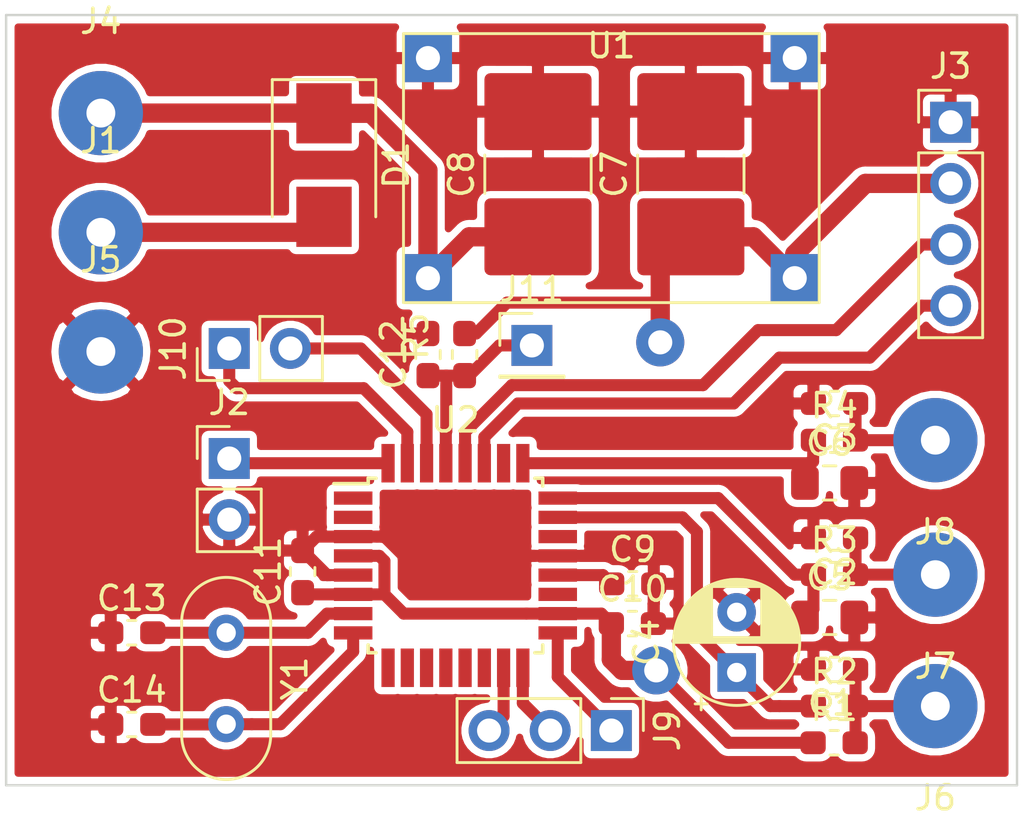
<source format=kicad_pcb>
(kicad_pcb (version 20171130) (host pcbnew 5.1.5-52549c5~84~ubuntu18.04.1)

  (general
    (thickness 1.6)
    (drawings 4)
    (tracks 124)
    (zones 0)
    (modules 34)
    (nets 34)
  )

  (page A4)
  (layers
    (0 F.Cu signal)
    (31 B.Cu signal)
    (32 B.Adhes user)
    (33 F.Adhes user)
    (34 B.Paste user)
    (35 F.Paste user)
    (36 B.SilkS user)
    (37 F.SilkS user)
    (38 B.Mask user)
    (39 F.Mask user)
    (40 Dwgs.User user)
    (41 Cmts.User user)
    (42 Eco1.User user)
    (43 Eco2.User user)
    (44 Edge.Cuts user)
    (45 Margin user)
    (46 B.CrtYd user)
    (47 F.CrtYd user)
    (48 B.Fab user hide)
    (49 F.Fab user hide)
  )

  (setup
    (last_trace_width 0.5)
    (user_trace_width 0.5)
    (user_trace_width 0.8)
    (trace_clearance 0.2)
    (zone_clearance 0.3)
    (zone_45_only no)
    (trace_min 0.2)
    (via_size 0.8)
    (via_drill 0.4)
    (via_min_size 0.4)
    (via_min_drill 0.3)
    (user_via 2 1)
    (uvia_size 0.3)
    (uvia_drill 0.1)
    (uvias_allowed no)
    (uvia_min_size 0.2)
    (uvia_min_drill 0.1)
    (edge_width 0.1)
    (segment_width 0.2)
    (pcb_text_width 0.3)
    (pcb_text_size 1.5 1.5)
    (mod_edge_width 0.15)
    (mod_text_size 1 1)
    (mod_text_width 0.15)
    (pad_size 1.524 1.524)
    (pad_drill 0.762)
    (pad_to_mask_clearance 0)
    (aux_axis_origin 168.91 112.522)
    (visible_elements FFFFFF7F)
    (pcbplotparams
      (layerselection 0x00000_7fffffff)
      (usegerberextensions false)
      (usegerberattributes false)
      (usegerberadvancedattributes false)
      (creategerberjobfile false)
      (excludeedgelayer true)
      (linewidth 0.100000)
      (plotframeref false)
      (viasonmask false)
      (mode 1)
      (useauxorigin true)
      (hpglpennumber 1)
      (hpglpenspeed 20)
      (hpglpendiameter 15.000000)
      (psnegative false)
      (psa4output false)
      (plotreference true)
      (plotvalue true)
      (plotinvisibletext false)
      (padsonsilk false)
      (subtractmaskfromsilk false)
      (outputformat 1)
      (mirror false)
      (drillshape 0)
      (scaleselection 1)
      (outputdirectory "gerber/"))
  )

  (net 0 "")
  (net 1 GND)
  (net 2 TEMP_SENSOR)
  (net 3 OIL_PRESSURE)
  (net 4 FUEL_PRESSURE)
  (net 5 /A1)
  (net 6 /A2)
  (net 7 +5V)
  (net 8 +12V)
  (net 9 "Net-(C9-Pad1)")
  (net 10 "Net-(C12-Pad1)")
  (net 11 "Net-(C13-Pad2)")
  (net 12 "Net-(C14-Pad2)")
  (net 13 "Net-(D1-Pad2)")
  (net 14 /BUTTON)
  (net 15 /SDA)
  (net 16 /SCL)
  (net 17 /A0)
  (net 18 "Net-(U2-Pad26)")
  (net 19 "Net-(U2-Pad22)")
  (net 20 "Net-(U2-Pad19)")
  (net 21 "Net-(U2-Pad14)")
  (net 22 "Net-(U2-Pad13)")
  (net 23 "Net-(U2-Pad12)")
  (net 24 "Net-(U2-Pad11)")
  (net 25 "Net-(U2-Pad10)")
  (net 26 "Net-(U2-Pad9)")
  (net 27 "Net-(U2-Pad2)")
  (net 28 "Net-(U2-Pad1)")
  (net 29 "Net-(J9-Pad3)")
  (net 30 "Net-(J9-Pad2)")
  (net 31 "Net-(J9-Pad1)")
  (net 32 "Net-(J10-Pad2)")
  (net 33 "Net-(J10-Pad1)")

  (net_class Default "This is the default net class."
    (clearance 0.2)
    (trace_width 0.25)
    (via_dia 0.8)
    (via_drill 0.4)
    (uvia_dia 0.3)
    (uvia_drill 0.1)
    (add_net +12V)
    (add_net +5V)
    (add_net /A0)
    (add_net /A1)
    (add_net /A2)
    (add_net /BUTTON)
    (add_net /SCL)
    (add_net /SDA)
    (add_net FUEL_PRESSURE)
    (add_net GND)
    (add_net "Net-(C12-Pad1)")
    (add_net "Net-(C13-Pad2)")
    (add_net "Net-(C14-Pad2)")
    (add_net "Net-(C9-Pad1)")
    (add_net "Net-(D1-Pad2)")
    (add_net "Net-(J10-Pad1)")
    (add_net "Net-(J10-Pad2)")
    (add_net "Net-(J9-Pad1)")
    (add_net "Net-(J9-Pad2)")
    (add_net "Net-(J9-Pad3)")
    (add_net "Net-(U2-Pad1)")
    (add_net "Net-(U2-Pad10)")
    (add_net "Net-(U2-Pad11)")
    (add_net "Net-(U2-Pad12)")
    (add_net "Net-(U2-Pad13)")
    (add_net "Net-(U2-Pad14)")
    (add_net "Net-(U2-Pad19)")
    (add_net "Net-(U2-Pad2)")
    (add_net "Net-(U2-Pad22)")
    (add_net "Net-(U2-Pad26)")
    (add_net "Net-(U2-Pad9)")
    (add_net OIL_PRESSURE)
    (add_net TEMP_SENSOR)
  )

  (module Resistor_SMD:R_0603_1608Metric_Pad1.05x0.95mm_HandSolder (layer F.Cu) (tedit 5B301BBD) (tstamp 62B92185)
    (at 203.581 108.712)
    (descr "Resistor SMD 0603 (1608 Metric), square (rectangular) end terminal, IPC_7351 nominal with elongated pad for handsoldering. (Body size source: http://www.tortai-tech.com/upload/download/2011102023233369053.pdf), generated with kicad-footprint-generator")
    (tags "resistor handsolder")
    (path /5F151BDF)
    (attr smd)
    (fp_text reference R2 (at 0 -1.43) (layer F.SilkS)
      (effects (font (size 1 1) (thickness 0.15)))
    )
    (fp_text value 1k (at 0 1.43) (layer F.Fab)
      (effects (font (size 1 1) (thickness 0.15)))
    )
    (fp_text user %R (at 0 0) (layer F.Fab)
      (effects (font (size 0.4 0.4) (thickness 0.06)))
    )
    (fp_line (start 1.65 0.73) (end -1.65 0.73) (layer F.CrtYd) (width 0.05))
    (fp_line (start 1.65 -0.73) (end 1.65 0.73) (layer F.CrtYd) (width 0.05))
    (fp_line (start -1.65 -0.73) (end 1.65 -0.73) (layer F.CrtYd) (width 0.05))
    (fp_line (start -1.65 0.73) (end -1.65 -0.73) (layer F.CrtYd) (width 0.05))
    (fp_line (start -0.171267 0.51) (end 0.171267 0.51) (layer F.SilkS) (width 0.12))
    (fp_line (start -0.171267 -0.51) (end 0.171267 -0.51) (layer F.SilkS) (width 0.12))
    (fp_line (start 0.8 0.4) (end -0.8 0.4) (layer F.Fab) (width 0.1))
    (fp_line (start 0.8 -0.4) (end 0.8 0.4) (layer F.Fab) (width 0.1))
    (fp_line (start -0.8 -0.4) (end 0.8 -0.4) (layer F.Fab) (width 0.1))
    (fp_line (start -0.8 0.4) (end -0.8 -0.4) (layer F.Fab) (width 0.1))
    (pad 2 smd roundrect (at 0.875 0) (size 1.05 0.95) (layers F.Cu F.Paste F.Mask) (roundrect_rratio 0.25)
      (net 2 TEMP_SENSOR))
    (pad 1 smd roundrect (at -0.875 0) (size 1.05 0.95) (layers F.Cu F.Paste F.Mask) (roundrect_rratio 0.25)
      (net 17 /A0))
    (model ${KISYS3DMOD}/Resistor_SMD.3dshapes/R_0603_1608Metric.wrl
      (at (xyz 0 0 0))
      (scale (xyz 1 1 1))
      (rotate (xyz 0 0 0))
    )
  )

  (module Capacitor_THT:CP_Radial_D5.0mm_P2.50mm (layer F.Cu) (tedit 5AE50EF0) (tstamp 62BA5368)
    (at 199.517 107.315 90)
    (descr "CP, Radial series, Radial, pin pitch=2.50mm, , diameter=5mm, Electrolytic Capacitor")
    (tags "CP Radial series Radial pin pitch 2.50mm  diameter 5mm Electrolytic Capacitor")
    (path /5F15C428)
    (fp_text reference C4 (at 1.25 -3.75 90) (layer F.SilkS)
      (effects (font (size 1 1) (thickness 0.15)))
    )
    (fp_text value 220uF (at 1.25 3.75 90) (layer F.Fab)
      (effects (font (size 1 1) (thickness 0.15)))
    )
    (fp_text user %R (at 1.25 0 90) (layer F.Fab)
      (effects (font (size 1 1) (thickness 0.15)))
    )
    (fp_line (start -1.304775 -1.725) (end -1.304775 -1.225) (layer F.SilkS) (width 0.12))
    (fp_line (start -1.554775 -1.475) (end -1.054775 -1.475) (layer F.SilkS) (width 0.12))
    (fp_line (start 3.851 -0.284) (end 3.851 0.284) (layer F.SilkS) (width 0.12))
    (fp_line (start 3.811 -0.518) (end 3.811 0.518) (layer F.SilkS) (width 0.12))
    (fp_line (start 3.771 -0.677) (end 3.771 0.677) (layer F.SilkS) (width 0.12))
    (fp_line (start 3.731 -0.805) (end 3.731 0.805) (layer F.SilkS) (width 0.12))
    (fp_line (start 3.691 -0.915) (end 3.691 0.915) (layer F.SilkS) (width 0.12))
    (fp_line (start 3.651 -1.011) (end 3.651 1.011) (layer F.SilkS) (width 0.12))
    (fp_line (start 3.611 -1.098) (end 3.611 1.098) (layer F.SilkS) (width 0.12))
    (fp_line (start 3.571 -1.178) (end 3.571 1.178) (layer F.SilkS) (width 0.12))
    (fp_line (start 3.531 1.04) (end 3.531 1.251) (layer F.SilkS) (width 0.12))
    (fp_line (start 3.531 -1.251) (end 3.531 -1.04) (layer F.SilkS) (width 0.12))
    (fp_line (start 3.491 1.04) (end 3.491 1.319) (layer F.SilkS) (width 0.12))
    (fp_line (start 3.491 -1.319) (end 3.491 -1.04) (layer F.SilkS) (width 0.12))
    (fp_line (start 3.451 1.04) (end 3.451 1.383) (layer F.SilkS) (width 0.12))
    (fp_line (start 3.451 -1.383) (end 3.451 -1.04) (layer F.SilkS) (width 0.12))
    (fp_line (start 3.411 1.04) (end 3.411 1.443) (layer F.SilkS) (width 0.12))
    (fp_line (start 3.411 -1.443) (end 3.411 -1.04) (layer F.SilkS) (width 0.12))
    (fp_line (start 3.371 1.04) (end 3.371 1.5) (layer F.SilkS) (width 0.12))
    (fp_line (start 3.371 -1.5) (end 3.371 -1.04) (layer F.SilkS) (width 0.12))
    (fp_line (start 3.331 1.04) (end 3.331 1.554) (layer F.SilkS) (width 0.12))
    (fp_line (start 3.331 -1.554) (end 3.331 -1.04) (layer F.SilkS) (width 0.12))
    (fp_line (start 3.291 1.04) (end 3.291 1.605) (layer F.SilkS) (width 0.12))
    (fp_line (start 3.291 -1.605) (end 3.291 -1.04) (layer F.SilkS) (width 0.12))
    (fp_line (start 3.251 1.04) (end 3.251 1.653) (layer F.SilkS) (width 0.12))
    (fp_line (start 3.251 -1.653) (end 3.251 -1.04) (layer F.SilkS) (width 0.12))
    (fp_line (start 3.211 1.04) (end 3.211 1.699) (layer F.SilkS) (width 0.12))
    (fp_line (start 3.211 -1.699) (end 3.211 -1.04) (layer F.SilkS) (width 0.12))
    (fp_line (start 3.171 1.04) (end 3.171 1.743) (layer F.SilkS) (width 0.12))
    (fp_line (start 3.171 -1.743) (end 3.171 -1.04) (layer F.SilkS) (width 0.12))
    (fp_line (start 3.131 1.04) (end 3.131 1.785) (layer F.SilkS) (width 0.12))
    (fp_line (start 3.131 -1.785) (end 3.131 -1.04) (layer F.SilkS) (width 0.12))
    (fp_line (start 3.091 1.04) (end 3.091 1.826) (layer F.SilkS) (width 0.12))
    (fp_line (start 3.091 -1.826) (end 3.091 -1.04) (layer F.SilkS) (width 0.12))
    (fp_line (start 3.051 1.04) (end 3.051 1.864) (layer F.SilkS) (width 0.12))
    (fp_line (start 3.051 -1.864) (end 3.051 -1.04) (layer F.SilkS) (width 0.12))
    (fp_line (start 3.011 1.04) (end 3.011 1.901) (layer F.SilkS) (width 0.12))
    (fp_line (start 3.011 -1.901) (end 3.011 -1.04) (layer F.SilkS) (width 0.12))
    (fp_line (start 2.971 1.04) (end 2.971 1.937) (layer F.SilkS) (width 0.12))
    (fp_line (start 2.971 -1.937) (end 2.971 -1.04) (layer F.SilkS) (width 0.12))
    (fp_line (start 2.931 1.04) (end 2.931 1.971) (layer F.SilkS) (width 0.12))
    (fp_line (start 2.931 -1.971) (end 2.931 -1.04) (layer F.SilkS) (width 0.12))
    (fp_line (start 2.891 1.04) (end 2.891 2.004) (layer F.SilkS) (width 0.12))
    (fp_line (start 2.891 -2.004) (end 2.891 -1.04) (layer F.SilkS) (width 0.12))
    (fp_line (start 2.851 1.04) (end 2.851 2.035) (layer F.SilkS) (width 0.12))
    (fp_line (start 2.851 -2.035) (end 2.851 -1.04) (layer F.SilkS) (width 0.12))
    (fp_line (start 2.811 1.04) (end 2.811 2.065) (layer F.SilkS) (width 0.12))
    (fp_line (start 2.811 -2.065) (end 2.811 -1.04) (layer F.SilkS) (width 0.12))
    (fp_line (start 2.771 1.04) (end 2.771 2.095) (layer F.SilkS) (width 0.12))
    (fp_line (start 2.771 -2.095) (end 2.771 -1.04) (layer F.SilkS) (width 0.12))
    (fp_line (start 2.731 1.04) (end 2.731 2.122) (layer F.SilkS) (width 0.12))
    (fp_line (start 2.731 -2.122) (end 2.731 -1.04) (layer F.SilkS) (width 0.12))
    (fp_line (start 2.691 1.04) (end 2.691 2.149) (layer F.SilkS) (width 0.12))
    (fp_line (start 2.691 -2.149) (end 2.691 -1.04) (layer F.SilkS) (width 0.12))
    (fp_line (start 2.651 1.04) (end 2.651 2.175) (layer F.SilkS) (width 0.12))
    (fp_line (start 2.651 -2.175) (end 2.651 -1.04) (layer F.SilkS) (width 0.12))
    (fp_line (start 2.611 1.04) (end 2.611 2.2) (layer F.SilkS) (width 0.12))
    (fp_line (start 2.611 -2.2) (end 2.611 -1.04) (layer F.SilkS) (width 0.12))
    (fp_line (start 2.571 1.04) (end 2.571 2.224) (layer F.SilkS) (width 0.12))
    (fp_line (start 2.571 -2.224) (end 2.571 -1.04) (layer F.SilkS) (width 0.12))
    (fp_line (start 2.531 1.04) (end 2.531 2.247) (layer F.SilkS) (width 0.12))
    (fp_line (start 2.531 -2.247) (end 2.531 -1.04) (layer F.SilkS) (width 0.12))
    (fp_line (start 2.491 1.04) (end 2.491 2.268) (layer F.SilkS) (width 0.12))
    (fp_line (start 2.491 -2.268) (end 2.491 -1.04) (layer F.SilkS) (width 0.12))
    (fp_line (start 2.451 1.04) (end 2.451 2.29) (layer F.SilkS) (width 0.12))
    (fp_line (start 2.451 -2.29) (end 2.451 -1.04) (layer F.SilkS) (width 0.12))
    (fp_line (start 2.411 1.04) (end 2.411 2.31) (layer F.SilkS) (width 0.12))
    (fp_line (start 2.411 -2.31) (end 2.411 -1.04) (layer F.SilkS) (width 0.12))
    (fp_line (start 2.371 1.04) (end 2.371 2.329) (layer F.SilkS) (width 0.12))
    (fp_line (start 2.371 -2.329) (end 2.371 -1.04) (layer F.SilkS) (width 0.12))
    (fp_line (start 2.331 1.04) (end 2.331 2.348) (layer F.SilkS) (width 0.12))
    (fp_line (start 2.331 -2.348) (end 2.331 -1.04) (layer F.SilkS) (width 0.12))
    (fp_line (start 2.291 1.04) (end 2.291 2.365) (layer F.SilkS) (width 0.12))
    (fp_line (start 2.291 -2.365) (end 2.291 -1.04) (layer F.SilkS) (width 0.12))
    (fp_line (start 2.251 1.04) (end 2.251 2.382) (layer F.SilkS) (width 0.12))
    (fp_line (start 2.251 -2.382) (end 2.251 -1.04) (layer F.SilkS) (width 0.12))
    (fp_line (start 2.211 1.04) (end 2.211 2.398) (layer F.SilkS) (width 0.12))
    (fp_line (start 2.211 -2.398) (end 2.211 -1.04) (layer F.SilkS) (width 0.12))
    (fp_line (start 2.171 1.04) (end 2.171 2.414) (layer F.SilkS) (width 0.12))
    (fp_line (start 2.171 -2.414) (end 2.171 -1.04) (layer F.SilkS) (width 0.12))
    (fp_line (start 2.131 1.04) (end 2.131 2.428) (layer F.SilkS) (width 0.12))
    (fp_line (start 2.131 -2.428) (end 2.131 -1.04) (layer F.SilkS) (width 0.12))
    (fp_line (start 2.091 1.04) (end 2.091 2.442) (layer F.SilkS) (width 0.12))
    (fp_line (start 2.091 -2.442) (end 2.091 -1.04) (layer F.SilkS) (width 0.12))
    (fp_line (start 2.051 1.04) (end 2.051 2.455) (layer F.SilkS) (width 0.12))
    (fp_line (start 2.051 -2.455) (end 2.051 -1.04) (layer F.SilkS) (width 0.12))
    (fp_line (start 2.011 1.04) (end 2.011 2.468) (layer F.SilkS) (width 0.12))
    (fp_line (start 2.011 -2.468) (end 2.011 -1.04) (layer F.SilkS) (width 0.12))
    (fp_line (start 1.971 1.04) (end 1.971 2.48) (layer F.SilkS) (width 0.12))
    (fp_line (start 1.971 -2.48) (end 1.971 -1.04) (layer F.SilkS) (width 0.12))
    (fp_line (start 1.93 1.04) (end 1.93 2.491) (layer F.SilkS) (width 0.12))
    (fp_line (start 1.93 -2.491) (end 1.93 -1.04) (layer F.SilkS) (width 0.12))
    (fp_line (start 1.89 1.04) (end 1.89 2.501) (layer F.SilkS) (width 0.12))
    (fp_line (start 1.89 -2.501) (end 1.89 -1.04) (layer F.SilkS) (width 0.12))
    (fp_line (start 1.85 1.04) (end 1.85 2.511) (layer F.SilkS) (width 0.12))
    (fp_line (start 1.85 -2.511) (end 1.85 -1.04) (layer F.SilkS) (width 0.12))
    (fp_line (start 1.81 1.04) (end 1.81 2.52) (layer F.SilkS) (width 0.12))
    (fp_line (start 1.81 -2.52) (end 1.81 -1.04) (layer F.SilkS) (width 0.12))
    (fp_line (start 1.77 1.04) (end 1.77 2.528) (layer F.SilkS) (width 0.12))
    (fp_line (start 1.77 -2.528) (end 1.77 -1.04) (layer F.SilkS) (width 0.12))
    (fp_line (start 1.73 1.04) (end 1.73 2.536) (layer F.SilkS) (width 0.12))
    (fp_line (start 1.73 -2.536) (end 1.73 -1.04) (layer F.SilkS) (width 0.12))
    (fp_line (start 1.69 1.04) (end 1.69 2.543) (layer F.SilkS) (width 0.12))
    (fp_line (start 1.69 -2.543) (end 1.69 -1.04) (layer F.SilkS) (width 0.12))
    (fp_line (start 1.65 1.04) (end 1.65 2.55) (layer F.SilkS) (width 0.12))
    (fp_line (start 1.65 -2.55) (end 1.65 -1.04) (layer F.SilkS) (width 0.12))
    (fp_line (start 1.61 1.04) (end 1.61 2.556) (layer F.SilkS) (width 0.12))
    (fp_line (start 1.61 -2.556) (end 1.61 -1.04) (layer F.SilkS) (width 0.12))
    (fp_line (start 1.57 1.04) (end 1.57 2.561) (layer F.SilkS) (width 0.12))
    (fp_line (start 1.57 -2.561) (end 1.57 -1.04) (layer F.SilkS) (width 0.12))
    (fp_line (start 1.53 1.04) (end 1.53 2.565) (layer F.SilkS) (width 0.12))
    (fp_line (start 1.53 -2.565) (end 1.53 -1.04) (layer F.SilkS) (width 0.12))
    (fp_line (start 1.49 1.04) (end 1.49 2.569) (layer F.SilkS) (width 0.12))
    (fp_line (start 1.49 -2.569) (end 1.49 -1.04) (layer F.SilkS) (width 0.12))
    (fp_line (start 1.45 -2.573) (end 1.45 2.573) (layer F.SilkS) (width 0.12))
    (fp_line (start 1.41 -2.576) (end 1.41 2.576) (layer F.SilkS) (width 0.12))
    (fp_line (start 1.37 -2.578) (end 1.37 2.578) (layer F.SilkS) (width 0.12))
    (fp_line (start 1.33 -2.579) (end 1.33 2.579) (layer F.SilkS) (width 0.12))
    (fp_line (start 1.29 -2.58) (end 1.29 2.58) (layer F.SilkS) (width 0.12))
    (fp_line (start 1.25 -2.58) (end 1.25 2.58) (layer F.SilkS) (width 0.12))
    (fp_line (start -0.633605 -1.3375) (end -0.633605 -0.8375) (layer F.Fab) (width 0.1))
    (fp_line (start -0.883605 -1.0875) (end -0.383605 -1.0875) (layer F.Fab) (width 0.1))
    (fp_circle (center 1.25 0) (end 4 0) (layer F.CrtYd) (width 0.05))
    (fp_circle (center 1.25 0) (end 3.87 0) (layer F.SilkS) (width 0.12))
    (fp_circle (center 1.25 0) (end 3.75 0) (layer F.Fab) (width 0.1))
    (pad 2 thru_hole circle (at 2.5 0 90) (size 1.6 1.6) (drill 0.8) (layers *.Cu *.Mask)
      (net 1 GND))
    (pad 1 thru_hole rect (at 0 0 90) (size 1.6 1.6) (drill 0.8) (layers *.Cu *.Mask)
      (net 17 /A0))
    (model ${KISYS3DMOD}/Capacitor_THT.3dshapes/CP_Radial_D5.0mm_P2.50mm.wrl
      (at (xyz 0 0 0))
      (scale (xyz 1 1 1))
      (rotate (xyz 0 0 0))
    )
  )

  (module Capacitor_SMD:C_0805_2012Metric_Pad1.15x1.40mm_HandSolder (layer F.Cu) (tedit 5B36C52B) (tstamp 62BA3BF1)
    (at 203.378 99.441)
    (descr "Capacitor SMD 0805 (2012 Metric), square (rectangular) end terminal, IPC_7351 nominal with elongated pad for handsoldering. (Body size source: https://docs.google.com/spreadsheets/d/1BsfQQcO9C6DZCsRaXUlFlo91Tg2WpOkGARC1WS5S8t0/edit?usp=sharing), generated with kicad-footprint-generator")
    (tags "capacitor handsolder")
    (path /5FD7A79A)
    (attr smd)
    (fp_text reference C6 (at 0 -1.65) (layer F.SilkS)
      (effects (font (size 1 1) (thickness 0.15)))
    )
    (fp_text value 2uF (at 0 1.65) (layer F.Fab)
      (effects (font (size 1 1) (thickness 0.15)))
    )
    (fp_text user %R (at 0 0) (layer F.Fab)
      (effects (font (size 0.5 0.5) (thickness 0.08)))
    )
    (fp_line (start 1.85 0.95) (end -1.85 0.95) (layer F.CrtYd) (width 0.05))
    (fp_line (start 1.85 -0.95) (end 1.85 0.95) (layer F.CrtYd) (width 0.05))
    (fp_line (start -1.85 -0.95) (end 1.85 -0.95) (layer F.CrtYd) (width 0.05))
    (fp_line (start -1.85 0.95) (end -1.85 -0.95) (layer F.CrtYd) (width 0.05))
    (fp_line (start -0.261252 0.71) (end 0.261252 0.71) (layer F.SilkS) (width 0.12))
    (fp_line (start -0.261252 -0.71) (end 0.261252 -0.71) (layer F.SilkS) (width 0.12))
    (fp_line (start 1 0.6) (end -1 0.6) (layer F.Fab) (width 0.1))
    (fp_line (start 1 -0.6) (end 1 0.6) (layer F.Fab) (width 0.1))
    (fp_line (start -1 -0.6) (end 1 -0.6) (layer F.Fab) (width 0.1))
    (fp_line (start -1 0.6) (end -1 -0.6) (layer F.Fab) (width 0.1))
    (pad 2 smd roundrect (at 1.025 0) (size 1.15 1.4) (layers F.Cu F.Paste F.Mask) (roundrect_rratio 0.217391)
      (net 1 GND))
    (pad 1 smd roundrect (at -1.025 0) (size 1.15 1.4) (layers F.Cu F.Paste F.Mask) (roundrect_rratio 0.217391)
      (net 6 /A2))
    (model ${KISYS3DMOD}/Capacitor_SMD.3dshapes/C_0805_2012Metric.wrl
      (at (xyz 0 0 0))
      (scale (xyz 1 1 1))
      (rotate (xyz 0 0 0))
    )
  )

  (module Capacitor_SMD:C_0805_2012Metric_Pad1.15x1.40mm_HandSolder (layer F.Cu) (tedit 5B36C52B) (tstamp 62BA3BE0)
    (at 203.3815 105.029)
    (descr "Capacitor SMD 0805 (2012 Metric), square (rectangular) end terminal, IPC_7351 nominal with elongated pad for handsoldering. (Body size source: https://docs.google.com/spreadsheets/d/1BsfQQcO9C6DZCsRaXUlFlo91Tg2WpOkGARC1WS5S8t0/edit?usp=sharing), generated with kicad-footprint-generator")
    (tags "capacitor handsolder")
    (path /5FD47D65)
    (attr smd)
    (fp_text reference C5 (at 0 -1.65) (layer F.SilkS)
      (effects (font (size 1 1) (thickness 0.15)))
    )
    (fp_text value 2uF (at 0 1.65) (layer F.Fab)
      (effects (font (size 1 1) (thickness 0.15)))
    )
    (fp_text user %R (at 0 0) (layer F.Fab)
      (effects (font (size 0.5 0.5) (thickness 0.08)))
    )
    (fp_line (start 1.85 0.95) (end -1.85 0.95) (layer F.CrtYd) (width 0.05))
    (fp_line (start 1.85 -0.95) (end 1.85 0.95) (layer F.CrtYd) (width 0.05))
    (fp_line (start -1.85 -0.95) (end 1.85 -0.95) (layer F.CrtYd) (width 0.05))
    (fp_line (start -1.85 0.95) (end -1.85 -0.95) (layer F.CrtYd) (width 0.05))
    (fp_line (start -0.261252 0.71) (end 0.261252 0.71) (layer F.SilkS) (width 0.12))
    (fp_line (start -0.261252 -0.71) (end 0.261252 -0.71) (layer F.SilkS) (width 0.12))
    (fp_line (start 1 0.6) (end -1 0.6) (layer F.Fab) (width 0.1))
    (fp_line (start 1 -0.6) (end 1 0.6) (layer F.Fab) (width 0.1))
    (fp_line (start -1 -0.6) (end 1 -0.6) (layer F.Fab) (width 0.1))
    (fp_line (start -1 0.6) (end -1 -0.6) (layer F.Fab) (width 0.1))
    (pad 2 smd roundrect (at 1.025 0) (size 1.15 1.4) (layers F.Cu F.Paste F.Mask) (roundrect_rratio 0.217391)
      (net 1 GND))
    (pad 1 smd roundrect (at -1.025 0) (size 1.15 1.4) (layers F.Cu F.Paste F.Mask) (roundrect_rratio 0.217391)
      (net 5 /A1))
    (model ${KISYS3DMOD}/Capacitor_SMD.3dshapes/C_0805_2012Metric.wrl
      (at (xyz 0 0 0))
      (scale (xyz 1 1 1))
      (rotate (xyz 0 0 0))
    )
  )

  (module Connector_PinHeader_2.54mm:PinHeader_1x01_P2.54mm_Vertical (layer F.Cu) (tedit 59FED5CC) (tstamp 62BA16D3)
    (at 191.008 93.726)
    (descr "Through hole straight pin header, 1x01, 2.54mm pitch, single row")
    (tags "Through hole pin header THT 1x01 2.54mm single row")
    (path /62BC8765)
    (fp_text reference J11 (at 0 -2.33) (layer F.SilkS)
      (effects (font (size 1 1) (thickness 0.15)))
    )
    (fp_text value reset (at 0 2.33) (layer F.Fab)
      (effects (font (size 1 1) (thickness 0.15)))
    )
    (fp_text user %R (at 0 0 90) (layer F.Fab)
      (effects (font (size 1 1) (thickness 0.15)))
    )
    (fp_line (start 1.8 -1.8) (end -1.8 -1.8) (layer F.CrtYd) (width 0.05))
    (fp_line (start 1.8 1.8) (end 1.8 -1.8) (layer F.CrtYd) (width 0.05))
    (fp_line (start -1.8 1.8) (end 1.8 1.8) (layer F.CrtYd) (width 0.05))
    (fp_line (start -1.8 -1.8) (end -1.8 1.8) (layer F.CrtYd) (width 0.05))
    (fp_line (start -1.33 -1.33) (end 0 -1.33) (layer F.SilkS) (width 0.12))
    (fp_line (start -1.33 0) (end -1.33 -1.33) (layer F.SilkS) (width 0.12))
    (fp_line (start -1.33 1.27) (end 1.33 1.27) (layer F.SilkS) (width 0.12))
    (fp_line (start 1.33 1.27) (end 1.33 1.33) (layer F.SilkS) (width 0.12))
    (fp_line (start -1.33 1.27) (end -1.33 1.33) (layer F.SilkS) (width 0.12))
    (fp_line (start -1.33 1.33) (end 1.33 1.33) (layer F.SilkS) (width 0.12))
    (fp_line (start -1.27 -0.635) (end -0.635 -1.27) (layer F.Fab) (width 0.1))
    (fp_line (start -1.27 1.27) (end -1.27 -0.635) (layer F.Fab) (width 0.1))
    (fp_line (start 1.27 1.27) (end -1.27 1.27) (layer F.Fab) (width 0.1))
    (fp_line (start 1.27 -1.27) (end 1.27 1.27) (layer F.Fab) (width 0.1))
    (fp_line (start -0.635 -1.27) (end 1.27 -1.27) (layer F.Fab) (width 0.1))
    (pad 1 thru_hole rect (at 0 0) (size 1.7 1.7) (drill 1) (layers *.Cu *.Mask)
      (net 10 "Net-(C12-Pad1)"))
    (model ${KISYS3DMOD}/Connector_PinHeader_2.54mm.3dshapes/PinHeader_1x01_P2.54mm_Vertical.wrl
      (at (xyz 0 0 0))
      (scale (xyz 1 1 1))
      (rotate (xyz 0 0 0))
    )
  )

  (module Connector_PinHeader_2.54mm:PinHeader_1x02_P2.54mm_Vertical (layer F.Cu) (tedit 59FED5CC) (tstamp 62BA16BE)
    (at 178.435 93.853 90)
    (descr "Through hole straight pin header, 1x02, 2.54mm pitch, single row")
    (tags "Through hole pin header THT 1x02 2.54mm single row")
    (path /62BBFE92)
    (fp_text reference J10 (at 0 -2.33 90) (layer F.SilkS)
      (effects (font (size 1 1) (thickness 0.15)))
    )
    (fp_text value serial (at 0 4.87 90) (layer F.Fab)
      (effects (font (size 1 1) (thickness 0.15)))
    )
    (fp_line (start -0.635 -1.27) (end 1.27 -1.27) (layer F.Fab) (width 0.1))
    (fp_line (start 1.27 -1.27) (end 1.27 3.81) (layer F.Fab) (width 0.1))
    (fp_line (start 1.27 3.81) (end -1.27 3.81) (layer F.Fab) (width 0.1))
    (fp_line (start -1.27 3.81) (end -1.27 -0.635) (layer F.Fab) (width 0.1))
    (fp_line (start -1.27 -0.635) (end -0.635 -1.27) (layer F.Fab) (width 0.1))
    (fp_line (start -1.33 3.87) (end 1.33 3.87) (layer F.SilkS) (width 0.12))
    (fp_line (start -1.33 1.27) (end -1.33 3.87) (layer F.SilkS) (width 0.12))
    (fp_line (start 1.33 1.27) (end 1.33 3.87) (layer F.SilkS) (width 0.12))
    (fp_line (start -1.33 1.27) (end 1.33 1.27) (layer F.SilkS) (width 0.12))
    (fp_line (start -1.33 0) (end -1.33 -1.33) (layer F.SilkS) (width 0.12))
    (fp_line (start -1.33 -1.33) (end 0 -1.33) (layer F.SilkS) (width 0.12))
    (fp_line (start -1.8 -1.8) (end -1.8 4.35) (layer F.CrtYd) (width 0.05))
    (fp_line (start -1.8 4.35) (end 1.8 4.35) (layer F.CrtYd) (width 0.05))
    (fp_line (start 1.8 4.35) (end 1.8 -1.8) (layer F.CrtYd) (width 0.05))
    (fp_line (start 1.8 -1.8) (end -1.8 -1.8) (layer F.CrtYd) (width 0.05))
    (fp_text user %R (at 0 1.27) (layer F.Fab)
      (effects (font (size 1 1) (thickness 0.15)))
    )
    (pad 1 thru_hole rect (at 0 0 90) (size 1.7 1.7) (drill 1) (layers *.Cu *.Mask)
      (net 33 "Net-(J10-Pad1)"))
    (pad 2 thru_hole oval (at 0 2.54 90) (size 1.7 1.7) (drill 1) (layers *.Cu *.Mask)
      (net 32 "Net-(J10-Pad2)"))
    (model ${KISYS3DMOD}/Connector_PinHeader_2.54mm.3dshapes/PinHeader_1x02_P2.54mm_Vertical.wrl
      (at (xyz 0 0 0))
      (scale (xyz 1 1 1))
      (rotate (xyz 0 0 0))
    )
  )

  (module Connector_PinHeader_2.54mm:PinHeader_1x03_P2.54mm_Vertical (layer F.Cu) (tedit 59FED5CC) (tstamp 62BA16A8)
    (at 194.31 109.728 270)
    (descr "Through hole straight pin header, 1x03, 2.54mm pitch, single row")
    (tags "Through hole pin header THT 1x03 2.54mm single row")
    (path /62BA8980)
    (fp_text reference J9 (at 0 -2.33 90) (layer F.SilkS)
      (effects (font (size 1 1) (thickness 0.15)))
    )
    (fp_text value programming (at 0 7.41 90) (layer F.Fab)
      (effects (font (size 1 1) (thickness 0.15)))
    )
    (fp_text user %R (at 0 2.54) (layer F.Fab)
      (effects (font (size 1 1) (thickness 0.15)))
    )
    (fp_line (start 1.8 -1.8) (end -1.8 -1.8) (layer F.CrtYd) (width 0.05))
    (fp_line (start 1.8 6.85) (end 1.8 -1.8) (layer F.CrtYd) (width 0.05))
    (fp_line (start -1.8 6.85) (end 1.8 6.85) (layer F.CrtYd) (width 0.05))
    (fp_line (start -1.8 -1.8) (end -1.8 6.85) (layer F.CrtYd) (width 0.05))
    (fp_line (start -1.33 -1.33) (end 0 -1.33) (layer F.SilkS) (width 0.12))
    (fp_line (start -1.33 0) (end -1.33 -1.33) (layer F.SilkS) (width 0.12))
    (fp_line (start -1.33 1.27) (end 1.33 1.27) (layer F.SilkS) (width 0.12))
    (fp_line (start 1.33 1.27) (end 1.33 6.41) (layer F.SilkS) (width 0.12))
    (fp_line (start -1.33 1.27) (end -1.33 6.41) (layer F.SilkS) (width 0.12))
    (fp_line (start -1.33 6.41) (end 1.33 6.41) (layer F.SilkS) (width 0.12))
    (fp_line (start -1.27 -0.635) (end -0.635 -1.27) (layer F.Fab) (width 0.1))
    (fp_line (start -1.27 6.35) (end -1.27 -0.635) (layer F.Fab) (width 0.1))
    (fp_line (start 1.27 6.35) (end -1.27 6.35) (layer F.Fab) (width 0.1))
    (fp_line (start 1.27 -1.27) (end 1.27 6.35) (layer F.Fab) (width 0.1))
    (fp_line (start -0.635 -1.27) (end 1.27 -1.27) (layer F.Fab) (width 0.1))
    (pad 3 thru_hole oval (at 0 5.08 270) (size 1.7 1.7) (drill 1) (layers *.Cu *.Mask)
      (net 29 "Net-(J9-Pad3)"))
    (pad 2 thru_hole oval (at 0 2.54 270) (size 1.7 1.7) (drill 1) (layers *.Cu *.Mask)
      (net 30 "Net-(J9-Pad2)"))
    (pad 1 thru_hole rect (at 0 0 270) (size 1.7 1.7) (drill 1) (layers *.Cu *.Mask)
      (net 31 "Net-(J9-Pad1)"))
    (model ${KISYS3DMOD}/Connector_PinHeader_2.54mm.3dshapes/PinHeader_1x03_P2.54mm_Vertical.wrl
      (at (xyz 0 0 0))
      (scale (xyz 1 1 1))
      (rotate (xyz 0 0 0))
    )
  )

  (module Connector_Wire:SolderWirePad_1x01_Drill1.2mm (layer F.Cu) (tedit 5AEE5EA7) (tstamp 62B9C7B0)
    (at 173.101 84.074)
    (descr "Wire solder connection")
    (tags connector)
    (path /62E42B77)
    (attr virtual)
    (fp_text reference J4 (at 0 -3.81) (layer F.SilkS)
      (effects (font (size 1 1) (thickness 0.15)))
    )
    (fp_text value Conn_01x01_Male (at 0 3.175) (layer F.Fab)
      (effects (font (size 1 1) (thickness 0.15)))
    )
    (fp_line (start 2.25 2.25) (end -2.25 2.25) (layer F.CrtYd) (width 0.05))
    (fp_line (start 2.25 2.25) (end 2.25 -2.25) (layer F.CrtYd) (width 0.05))
    (fp_line (start -2.25 -2.25) (end -2.25 2.25) (layer F.CrtYd) (width 0.05))
    (fp_line (start -2.25 -2.25) (end 2.25 -2.25) (layer F.CrtYd) (width 0.05))
    (fp_text user %R (at 0 0) (layer F.Fab)
      (effects (font (size 1 1) (thickness 0.15)))
    )
    (pad 1 thru_hole circle (at 0 0) (size 3.50012 3.50012) (drill 1.19888) (layers *.Cu *.Mask)
      (net 8 +12V))
  )

  (module Connector_Wire:SolderWirePad_1x01_Drill1.2mm (layer F.Cu) (tedit 5AEE5EA7) (tstamp 62B988F7)
    (at 207.772 97.663 180)
    (descr "Wire solder connection")
    (tags connector)
    (path /62E2CB26)
    (attr virtual)
    (fp_text reference J8 (at 0 -3.81) (layer F.SilkS)
      (effects (font (size 1 1) (thickness 0.15)))
    )
    (fp_text value Conn_01x01_Male (at 0 3.175) (layer F.Fab)
      (effects (font (size 1 1) (thickness 0.15)))
    )
    (fp_line (start 2.25 2.25) (end -2.25 2.25) (layer F.CrtYd) (width 0.05))
    (fp_line (start 2.25 2.25) (end 2.25 -2.25) (layer F.CrtYd) (width 0.05))
    (fp_line (start -2.25 -2.25) (end -2.25 2.25) (layer F.CrtYd) (width 0.05))
    (fp_line (start -2.25 -2.25) (end 2.25 -2.25) (layer F.CrtYd) (width 0.05))
    (fp_text user %R (at 0 0) (layer F.Fab)
      (effects (font (size 1 1) (thickness 0.15)))
    )
    (pad 1 thru_hole circle (at 0 0 180) (size 3.50012 3.50012) (drill 1.19888) (layers *.Cu *.Mask)
      (net 4 FUEL_PRESSURE))
  )

  (module Connector_Wire:SolderWirePad_1x01_Drill1.2mm (layer F.Cu) (tedit 5AEE5EA7) (tstamp 62B988ED)
    (at 207.772 103.251 180)
    (descr "Wire solder connection")
    (tags connector)
    (path /62E2C8E0)
    (attr virtual)
    (fp_text reference J7 (at 0 -3.81) (layer F.SilkS)
      (effects (font (size 1 1) (thickness 0.15)))
    )
    (fp_text value Conn_01x01_Male (at 0 3.175) (layer F.Fab)
      (effects (font (size 1 1) (thickness 0.15)))
    )
    (fp_line (start 2.25 2.25) (end -2.25 2.25) (layer F.CrtYd) (width 0.05))
    (fp_line (start 2.25 2.25) (end 2.25 -2.25) (layer F.CrtYd) (width 0.05))
    (fp_line (start -2.25 -2.25) (end -2.25 2.25) (layer F.CrtYd) (width 0.05))
    (fp_line (start -2.25 -2.25) (end 2.25 -2.25) (layer F.CrtYd) (width 0.05))
    (fp_text user %R (at 0 0) (layer F.Fab)
      (effects (font (size 1 1) (thickness 0.15)))
    )
    (pad 1 thru_hole circle (at 0 0 180) (size 3.50012 3.50012) (drill 1.19888) (layers *.Cu *.Mask)
      (net 3 OIL_PRESSURE))
  )

  (module Connector_Wire:SolderWirePad_1x01_Drill1.2mm (layer F.Cu) (tedit 5AEE5EA7) (tstamp 62B988E3)
    (at 207.772 108.712 180)
    (descr "Wire solder connection")
    (tags connector)
    (path /62E2C771)
    (attr virtual)
    (fp_text reference J6 (at 0 -3.81) (layer F.SilkS)
      (effects (font (size 1 1) (thickness 0.15)))
    )
    (fp_text value Conn_01x01_Male (at 0 3.175) (layer F.Fab)
      (effects (font (size 1 1) (thickness 0.15)))
    )
    (fp_line (start 2.25 2.25) (end -2.25 2.25) (layer F.CrtYd) (width 0.05))
    (fp_line (start 2.25 2.25) (end 2.25 -2.25) (layer F.CrtYd) (width 0.05))
    (fp_line (start -2.25 -2.25) (end -2.25 2.25) (layer F.CrtYd) (width 0.05))
    (fp_line (start -2.25 -2.25) (end 2.25 -2.25) (layer F.CrtYd) (width 0.05))
    (fp_text user %R (at 0 0) (layer F.Fab)
      (effects (font (size 1 1) (thickness 0.15)))
    )
    (pad 1 thru_hole circle (at 0 0 180) (size 3.50012 3.50012) (drill 1.19888) (layers *.Cu *.Mask)
      (net 2 TEMP_SENSOR))
  )

  (module Connector_Wire:SolderWirePad_1x01_Drill1.2mm (layer F.Cu) (tedit 5AEE5EA7) (tstamp 62B988D9)
    (at 173.101 93.98)
    (descr "Wire solder connection")
    (tags connector)
    (path /62E2C60A)
    (attr virtual)
    (fp_text reference J5 (at 0 -3.81) (layer F.SilkS)
      (effects (font (size 1 1) (thickness 0.15)))
    )
    (fp_text value Conn_01x01_Male (at 0 3.175) (layer F.Fab)
      (effects (font (size 1 1) (thickness 0.15)))
    )
    (fp_line (start 2.25 2.25) (end -2.25 2.25) (layer F.CrtYd) (width 0.05))
    (fp_line (start 2.25 2.25) (end 2.25 -2.25) (layer F.CrtYd) (width 0.05))
    (fp_line (start -2.25 -2.25) (end -2.25 2.25) (layer F.CrtYd) (width 0.05))
    (fp_line (start -2.25 -2.25) (end 2.25 -2.25) (layer F.CrtYd) (width 0.05))
    (fp_text user %R (at 0 0) (layer F.Fab)
      (effects (font (size 1 1) (thickness 0.15)))
    )
    (pad 1 thru_hole circle (at 0 0) (size 3.50012 3.50012) (drill 1.19888) (layers *.Cu *.Mask)
      (net 1 GND))
  )

  (module Connector_Wire:SolderWirePad_1x01_Drill1.2mm (layer F.Cu) (tedit 5AEE5EA7) (tstamp 62B98865)
    (at 173.101 89.027)
    (descr "Wire solder connection")
    (tags connector)
    (path /62E2C043)
    (attr virtual)
    (fp_text reference J1 (at 0 -3.81) (layer F.SilkS)
      (effects (font (size 1 1) (thickness 0.15)))
    )
    (fp_text value Conn_01x01_Male (at 0 3.175) (layer F.Fab)
      (effects (font (size 1 1) (thickness 0.15)))
    )
    (fp_line (start 2.25 2.25) (end -2.25 2.25) (layer F.CrtYd) (width 0.05))
    (fp_line (start 2.25 2.25) (end 2.25 -2.25) (layer F.CrtYd) (width 0.05))
    (fp_line (start -2.25 -2.25) (end -2.25 2.25) (layer F.CrtYd) (width 0.05))
    (fp_line (start -2.25 -2.25) (end 2.25 -2.25) (layer F.CrtYd) (width 0.05))
    (fp_text user %R (at 0 0) (layer F.Fab)
      (effects (font (size 1 1) (thickness 0.15)))
    )
    (pad 1 thru_hole circle (at 0 0) (size 3.50012 3.50012) (drill 1.19888) (layers *.Cu *.Mask)
      (net 13 "Net-(D1-Pad2)"))
  )

  (module Crystal:Crystal_HC52-U_Vertical (layer F.Cu) (tedit 5A1AD3B8) (tstamp 62B92212)
    (at 178.308 105.664 270)
    (descr "Crystal THT HC-52/U, http://www.kvg-gmbh.de/assets/uploads/files/product_pdfs/XS71xx.pdf")
    (tags "THT crystal HC-52/U")
    (path /62C7D62F)
    (fp_text reference Y1 (at 1.9 -2.85 90) (layer F.SilkS)
      (effects (font (size 1 1) (thickness 0.15)))
    )
    (fp_text value 16MHz (at 1.9 2.85 90) (layer F.Fab)
      (effects (font (size 1 1) (thickness 0.15)))
    )
    (fp_arc (start 4.25 0) (end 4.25 -1.85) (angle 180) (layer F.SilkS) (width 0.12))
    (fp_arc (start -0.45 0) (end -0.45 -1.85) (angle -180) (layer F.SilkS) (width 0.12))
    (fp_arc (start 4.25 0) (end 4.25 -1.15) (angle 180) (layer F.Fab) (width 0.1))
    (fp_arc (start -0.45 0) (end -0.45 -1.15) (angle -180) (layer F.Fab) (width 0.1))
    (fp_arc (start 4.25 0) (end 4.25 -1.65) (angle 180) (layer F.Fab) (width 0.1))
    (fp_arc (start -0.45 0) (end -0.45 -1.65) (angle -180) (layer F.Fab) (width 0.1))
    (fp_line (start 6.4 -2.1) (end -2.6 -2.1) (layer F.CrtYd) (width 0.05))
    (fp_line (start 6.4 2.1) (end 6.4 -2.1) (layer F.CrtYd) (width 0.05))
    (fp_line (start -2.6 2.1) (end 6.4 2.1) (layer F.CrtYd) (width 0.05))
    (fp_line (start -2.6 -2.1) (end -2.6 2.1) (layer F.CrtYd) (width 0.05))
    (fp_line (start -0.45 1.85) (end 4.25 1.85) (layer F.SilkS) (width 0.12))
    (fp_line (start -0.45 -1.85) (end 4.25 -1.85) (layer F.SilkS) (width 0.12))
    (fp_line (start -0.45 1.15) (end 4.25 1.15) (layer F.Fab) (width 0.1))
    (fp_line (start -0.45 -1.15) (end 4.25 -1.15) (layer F.Fab) (width 0.1))
    (fp_line (start -0.45 1.65) (end 4.25 1.65) (layer F.Fab) (width 0.1))
    (fp_line (start -0.45 -1.65) (end 4.25 -1.65) (layer F.Fab) (width 0.1))
    (fp_text user %R (at 1.9 0 90) (layer F.Fab)
      (effects (font (size 1 1) (thickness 0.15)))
    )
    (pad 2 thru_hole circle (at 3.8 0 270) (size 1.5 1.5) (drill 0.8) (layers *.Cu *.Mask)
      (net 12 "Net-(C14-Pad2)"))
    (pad 1 thru_hole circle (at 0 0 270) (size 1.5 1.5) (drill 0.8) (layers *.Cu *.Mask)
      (net 11 "Net-(C13-Pad2)"))
    (model ${KISYS3DMOD}/Crystal.3dshapes/Crystal_HC52-U_Vertical.wrl
      (at (xyz 0 0 0))
      (scale (xyz 1 1 1))
      (rotate (xyz 0 0 0))
    )
  )

  (module Package_QFP:TQFP-32_7x7mm_P0.8mm (layer F.Cu) (tedit 5A02F146) (tstamp 62B921FB)
    (at 187.833 102.87)
    (descr "32-Lead Plastic Thin Quad Flatpack (PT) - 7x7x1.0 mm Body, 2.00 mm [TQFP] (see Microchip Packaging Specification 00000049BS.pdf)")
    (tags "QFP 0.8")
    (path /62C338F7)
    (attr smd)
    (fp_text reference U2 (at 0 -6.05) (layer F.SilkS)
      (effects (font (size 1 1) (thickness 0.15)))
    )
    (fp_text value ATmega328P-AU (at 0 6.05) (layer F.Fab)
      (effects (font (size 1 1) (thickness 0.15)))
    )
    (fp_line (start -3.625 -3.4) (end -5.05 -3.4) (layer F.SilkS) (width 0.15))
    (fp_line (start 3.625 -3.625) (end 3.3 -3.625) (layer F.SilkS) (width 0.15))
    (fp_line (start 3.625 3.625) (end 3.3 3.625) (layer F.SilkS) (width 0.15))
    (fp_line (start -3.625 3.625) (end -3.3 3.625) (layer F.SilkS) (width 0.15))
    (fp_line (start -3.625 -3.625) (end -3.3 -3.625) (layer F.SilkS) (width 0.15))
    (fp_line (start -3.625 3.625) (end -3.625 3.3) (layer F.SilkS) (width 0.15))
    (fp_line (start 3.625 3.625) (end 3.625 3.3) (layer F.SilkS) (width 0.15))
    (fp_line (start 3.625 -3.625) (end 3.625 -3.3) (layer F.SilkS) (width 0.15))
    (fp_line (start -3.625 -3.625) (end -3.625 -3.4) (layer F.SilkS) (width 0.15))
    (fp_line (start -5.3 5.3) (end 5.3 5.3) (layer F.CrtYd) (width 0.05))
    (fp_line (start -5.3 -5.3) (end 5.3 -5.3) (layer F.CrtYd) (width 0.05))
    (fp_line (start 5.3 -5.3) (end 5.3 5.3) (layer F.CrtYd) (width 0.05))
    (fp_line (start -5.3 -5.3) (end -5.3 5.3) (layer F.CrtYd) (width 0.05))
    (fp_line (start -3.5 -2.5) (end -2.5 -3.5) (layer F.Fab) (width 0.15))
    (fp_line (start -3.5 3.5) (end -3.5 -2.5) (layer F.Fab) (width 0.15))
    (fp_line (start 3.5 3.5) (end -3.5 3.5) (layer F.Fab) (width 0.15))
    (fp_line (start 3.5 -3.5) (end 3.5 3.5) (layer F.Fab) (width 0.15))
    (fp_line (start -2.5 -3.5) (end 3.5 -3.5) (layer F.Fab) (width 0.15))
    (fp_text user %R (at 0 0) (layer F.Fab)
      (effects (font (size 1 1) (thickness 0.15)))
    )
    (pad 32 smd rect (at -2.8 -4.25 90) (size 1.6 0.55) (layers F.Cu F.Paste F.Mask)
      (net 14 /BUTTON))
    (pad 31 smd rect (at -2 -4.25 90) (size 1.6 0.55) (layers F.Cu F.Paste F.Mask)
      (net 33 "Net-(J10-Pad1)"))
    (pad 30 smd rect (at -1.2 -4.25 90) (size 1.6 0.55) (layers F.Cu F.Paste F.Mask)
      (net 32 "Net-(J10-Pad2)"))
    (pad 29 smd rect (at -0.4 -4.25 90) (size 1.6 0.55) (layers F.Cu F.Paste F.Mask)
      (net 10 "Net-(C12-Pad1)"))
    (pad 28 smd rect (at 0.4 -4.25 90) (size 1.6 0.55) (layers F.Cu F.Paste F.Mask)
      (net 16 /SCL))
    (pad 27 smd rect (at 1.2 -4.25 90) (size 1.6 0.55) (layers F.Cu F.Paste F.Mask)
      (net 15 /SDA))
    (pad 26 smd rect (at 2 -4.25 90) (size 1.6 0.55) (layers F.Cu F.Paste F.Mask)
      (net 18 "Net-(U2-Pad26)"))
    (pad 25 smd rect (at 2.8 -4.25 90) (size 1.6 0.55) (layers F.Cu F.Paste F.Mask)
      (net 6 /A2))
    (pad 24 smd rect (at 4.25 -2.8) (size 1.6 0.55) (layers F.Cu F.Paste F.Mask)
      (net 5 /A1))
    (pad 23 smd rect (at 4.25 -2) (size 1.6 0.55) (layers F.Cu F.Paste F.Mask)
      (net 17 /A0))
    (pad 22 smd rect (at 4.25 -1.2) (size 1.6 0.55) (layers F.Cu F.Paste F.Mask)
      (net 19 "Net-(U2-Pad22)"))
    (pad 21 smd rect (at 4.25 -0.4) (size 1.6 0.55) (layers F.Cu F.Paste F.Mask)
      (net 1 GND))
    (pad 20 smd rect (at 4.25 0.4) (size 1.6 0.55) (layers F.Cu F.Paste F.Mask)
      (net 9 "Net-(C9-Pad1)"))
    (pad 19 smd rect (at 4.25 1.2) (size 1.6 0.55) (layers F.Cu F.Paste F.Mask)
      (net 20 "Net-(U2-Pad19)"))
    (pad 18 smd rect (at 4.25 2) (size 1.6 0.55) (layers F.Cu F.Paste F.Mask)
      (net 7 +5V))
    (pad 17 smd rect (at 4.25 2.8) (size 1.6 0.55) (layers F.Cu F.Paste F.Mask)
      (net 31 "Net-(J9-Pad1)"))
    (pad 16 smd rect (at 2.8 4.25 90) (size 1.6 0.55) (layers F.Cu F.Paste F.Mask)
      (net 30 "Net-(J9-Pad2)"))
    (pad 15 smd rect (at 2 4.25 90) (size 1.6 0.55) (layers F.Cu F.Paste F.Mask)
      (net 29 "Net-(J9-Pad3)"))
    (pad 14 smd rect (at 1.2 4.25 90) (size 1.6 0.55) (layers F.Cu F.Paste F.Mask)
      (net 21 "Net-(U2-Pad14)"))
    (pad 13 smd rect (at 0.4 4.25 90) (size 1.6 0.55) (layers F.Cu F.Paste F.Mask)
      (net 22 "Net-(U2-Pad13)"))
    (pad 12 smd rect (at -0.4 4.25 90) (size 1.6 0.55) (layers F.Cu F.Paste F.Mask)
      (net 23 "Net-(U2-Pad12)"))
    (pad 11 smd rect (at -1.2 4.25 90) (size 1.6 0.55) (layers F.Cu F.Paste F.Mask)
      (net 24 "Net-(U2-Pad11)"))
    (pad 10 smd rect (at -2 4.25 90) (size 1.6 0.55) (layers F.Cu F.Paste F.Mask)
      (net 25 "Net-(U2-Pad10)"))
    (pad 9 smd rect (at -2.8 4.25 90) (size 1.6 0.55) (layers F.Cu F.Paste F.Mask)
      (net 26 "Net-(U2-Pad9)"))
    (pad 8 smd rect (at -4.25 2.8) (size 1.6 0.55) (layers F.Cu F.Paste F.Mask)
      (net 12 "Net-(C14-Pad2)"))
    (pad 7 smd rect (at -4.25 2) (size 1.6 0.55) (layers F.Cu F.Paste F.Mask)
      (net 11 "Net-(C13-Pad2)"))
    (pad 6 smd rect (at -4.25 1.2) (size 1.6 0.55) (layers F.Cu F.Paste F.Mask)
      (net 7 +5V))
    (pad 5 smd rect (at -4.25 0.4) (size 1.6 0.55) (layers F.Cu F.Paste F.Mask)
      (net 1 GND))
    (pad 4 smd rect (at -4.25 -0.4) (size 1.6 0.55) (layers F.Cu F.Paste F.Mask)
      (net 7 +5V))
    (pad 3 smd rect (at -4.25 -1.2) (size 1.6 0.55) (layers F.Cu F.Paste F.Mask)
      (net 1 GND))
    (pad 2 smd rect (at -4.25 -2) (size 1.6 0.55) (layers F.Cu F.Paste F.Mask)
      (net 27 "Net-(U2-Pad2)"))
    (pad 1 smd rect (at -4.25 -2.8) (size 1.6 0.55) (layers F.Cu F.Paste F.Mask)
      (net 28 "Net-(U2-Pad1)"))
    (model ${KISYS3DMOD}/Package_QFP.3dshapes/TQFP-32_7x7mm_P0.8mm.wrl
      (at (xyz 0 0 0))
      (scale (xyz 1 1 1))
      (rotate (xyz 0 0 0))
    )
  )

  (module misc:mini-360 (layer F.Cu) (tedit 6227F9D6) (tstamp 62B921C4)
    (at 194.31 80.772)
    (path /62BC65E9)
    (fp_text reference U1 (at 0 0.5) (layer F.SilkS)
      (effects (font (size 1 1) (thickness 0.15)))
    )
    (fp_text value mini-360 (at 0 -0.5) (layer F.Fab)
      (effects (font (size 1 1) (thickness 0.15)))
    )
    (fp_line (start -8.636 11.176) (end -8.636 0) (layer F.SilkS) (width 0.12))
    (fp_line (start 8.636 11.176) (end -8.636 11.176) (layer F.SilkS) (width 0.12))
    (fp_line (start 8.636 0) (end 8.636 11.176) (layer F.SilkS) (width 0.12))
    (fp_line (start -8.636 0) (end 8.636 0) (layer F.SilkS) (width 0.12))
    (pad 3 thru_hole trapezoid (at 7.62 10.16) (size 2 2) (drill 1) (layers *.Cu *.Mask)
      (net 7 +5V))
    (pad 4 thru_hole trapezoid (at 7.62 1.016) (size 2 2) (drill 1) (layers *.Cu *.Mask)
      (net 1 GND))
    (pad 1 thru_hole trapezoid (at -7.62 10.16) (size 2 2) (drill 1) (layers *.Cu *.Mask)
      (net 8 +12V))
    (pad 2 thru_hole trapezoid (at -7.62 1.016) (size 2 2) (drill 1) (layers *.Cu *.Mask)
      (net 1 GND))
  )

  (module Resistor_SMD:R_0603_1608Metric_Pad1.05x0.95mm_HandSolder (layer F.Cu) (tedit 5B301BBD) (tstamp 62B921B8)
    (at 188.214 94.107 90)
    (descr "Resistor SMD 0603 (1608 Metric), square (rectangular) end terminal, IPC_7351 nominal with elongated pad for handsoldering. (Body size source: http://www.tortai-tech.com/upload/download/2011102023233369053.pdf), generated with kicad-footprint-generator")
    (tags "resistor handsolder")
    (path /62C5ABE2)
    (attr smd)
    (fp_text reference R5 (at 0.762 -2.032 90) (layer F.SilkS)
      (effects (font (size 1 1) (thickness 0.15)))
    )
    (fp_text value 10k (at 0 1.43 90) (layer F.Fab)
      (effects (font (size 1 1) (thickness 0.15)))
    )
    (fp_text user %R (at 0 0 90) (layer F.Fab)
      (effects (font (size 0.4 0.4) (thickness 0.06)))
    )
    (fp_line (start 1.65 0.73) (end -1.65 0.73) (layer F.CrtYd) (width 0.05))
    (fp_line (start 1.65 -0.73) (end 1.65 0.73) (layer F.CrtYd) (width 0.05))
    (fp_line (start -1.65 -0.73) (end 1.65 -0.73) (layer F.CrtYd) (width 0.05))
    (fp_line (start -1.65 0.73) (end -1.65 -0.73) (layer F.CrtYd) (width 0.05))
    (fp_line (start -0.171267 0.51) (end 0.171267 0.51) (layer F.SilkS) (width 0.12))
    (fp_line (start -0.171267 -0.51) (end 0.171267 -0.51) (layer F.SilkS) (width 0.12))
    (fp_line (start 0.8 0.4) (end -0.8 0.4) (layer F.Fab) (width 0.1))
    (fp_line (start 0.8 -0.4) (end 0.8 0.4) (layer F.Fab) (width 0.1))
    (fp_line (start -0.8 -0.4) (end 0.8 -0.4) (layer F.Fab) (width 0.1))
    (fp_line (start -0.8 0.4) (end -0.8 -0.4) (layer F.Fab) (width 0.1))
    (pad 2 smd roundrect (at 0.875 0 90) (size 1.05 0.95) (layers F.Cu F.Paste F.Mask) (roundrect_rratio 0.25)
      (net 7 +5V))
    (pad 1 smd roundrect (at -0.875 0 90) (size 1.05 0.95) (layers F.Cu F.Paste F.Mask) (roundrect_rratio 0.25)
      (net 10 "Net-(C12-Pad1)"))
    (model ${KISYS3DMOD}/Resistor_SMD.3dshapes/R_0603_1608Metric.wrl
      (at (xyz 0 0 0))
      (scale (xyz 1 1 1))
      (rotate (xyz 0 0 0))
    )
  )

  (module Resistor_SMD:R_0603_1608Metric_Pad1.05x0.95mm_HandSolder (layer F.Cu) (tedit 5B301BBD) (tstamp 62B921A7)
    (at 203.581 97.663)
    (descr "Resistor SMD 0603 (1608 Metric), square (rectangular) end terminal, IPC_7351 nominal with elongated pad for handsoldering. (Body size source: http://www.tortai-tech.com/upload/download/2011102023233369053.pdf), generated with kicad-footprint-generator")
    (tags "resistor handsolder")
    (path /5FD7A793)
    (attr smd)
    (fp_text reference R4 (at 0 -1.43) (layer F.SilkS)
      (effects (font (size 1 1) (thickness 0.15)))
    )
    (fp_text value 2.2k (at 0 1.43) (layer F.Fab)
      (effects (font (size 1 1) (thickness 0.15)))
    )
    (fp_text user %R (at 0 0) (layer F.Fab)
      (effects (font (size 0.4 0.4) (thickness 0.06)))
    )
    (fp_line (start 1.65 0.73) (end -1.65 0.73) (layer F.CrtYd) (width 0.05))
    (fp_line (start 1.65 -0.73) (end 1.65 0.73) (layer F.CrtYd) (width 0.05))
    (fp_line (start -1.65 -0.73) (end 1.65 -0.73) (layer F.CrtYd) (width 0.05))
    (fp_line (start -1.65 0.73) (end -1.65 -0.73) (layer F.CrtYd) (width 0.05))
    (fp_line (start -0.171267 0.51) (end 0.171267 0.51) (layer F.SilkS) (width 0.12))
    (fp_line (start -0.171267 -0.51) (end 0.171267 -0.51) (layer F.SilkS) (width 0.12))
    (fp_line (start 0.8 0.4) (end -0.8 0.4) (layer F.Fab) (width 0.1))
    (fp_line (start 0.8 -0.4) (end 0.8 0.4) (layer F.Fab) (width 0.1))
    (fp_line (start -0.8 -0.4) (end 0.8 -0.4) (layer F.Fab) (width 0.1))
    (fp_line (start -0.8 0.4) (end -0.8 -0.4) (layer F.Fab) (width 0.1))
    (pad 2 smd roundrect (at 0.875 0) (size 1.05 0.95) (layers F.Cu F.Paste F.Mask) (roundrect_rratio 0.25)
      (net 4 FUEL_PRESSURE))
    (pad 1 smd roundrect (at -0.875 0) (size 1.05 0.95) (layers F.Cu F.Paste F.Mask) (roundrect_rratio 0.25)
      (net 6 /A2))
    (model ${KISYS3DMOD}/Resistor_SMD.3dshapes/R_0603_1608Metric.wrl
      (at (xyz 0 0 0))
      (scale (xyz 1 1 1))
      (rotate (xyz 0 0 0))
    )
  )

  (module Resistor_SMD:R_0603_1608Metric_Pad1.05x0.95mm_HandSolder (layer F.Cu) (tedit 5B301BBD) (tstamp 62B92196)
    (at 203.581 103.251)
    (descr "Resistor SMD 0603 (1608 Metric), square (rectangular) end terminal, IPC_7351 nominal with elongated pad for handsoldering. (Body size source: http://www.tortai-tech.com/upload/download/2011102023233369053.pdf), generated with kicad-footprint-generator")
    (tags "resistor handsolder")
    (path /5FD47D5E)
    (attr smd)
    (fp_text reference R3 (at 0 -1.43) (layer F.SilkS)
      (effects (font (size 1 1) (thickness 0.15)))
    )
    (fp_text value 2.2k (at 0 1.43) (layer F.Fab)
      (effects (font (size 1 1) (thickness 0.15)))
    )
    (fp_text user %R (at 0 0) (layer F.Fab)
      (effects (font (size 0.4 0.4) (thickness 0.06)))
    )
    (fp_line (start 1.65 0.73) (end -1.65 0.73) (layer F.CrtYd) (width 0.05))
    (fp_line (start 1.65 -0.73) (end 1.65 0.73) (layer F.CrtYd) (width 0.05))
    (fp_line (start -1.65 -0.73) (end 1.65 -0.73) (layer F.CrtYd) (width 0.05))
    (fp_line (start -1.65 0.73) (end -1.65 -0.73) (layer F.CrtYd) (width 0.05))
    (fp_line (start -0.171267 0.51) (end 0.171267 0.51) (layer F.SilkS) (width 0.12))
    (fp_line (start -0.171267 -0.51) (end 0.171267 -0.51) (layer F.SilkS) (width 0.12))
    (fp_line (start 0.8 0.4) (end -0.8 0.4) (layer F.Fab) (width 0.1))
    (fp_line (start 0.8 -0.4) (end 0.8 0.4) (layer F.Fab) (width 0.1))
    (fp_line (start -0.8 -0.4) (end 0.8 -0.4) (layer F.Fab) (width 0.1))
    (fp_line (start -0.8 0.4) (end -0.8 -0.4) (layer F.Fab) (width 0.1))
    (pad 2 smd roundrect (at 0.875 0) (size 1.05 0.95) (layers F.Cu F.Paste F.Mask) (roundrect_rratio 0.25)
      (net 3 OIL_PRESSURE))
    (pad 1 smd roundrect (at -0.875 0) (size 1.05 0.95) (layers F.Cu F.Paste F.Mask) (roundrect_rratio 0.25)
      (net 5 /A1))
    (model ${KISYS3DMOD}/Resistor_SMD.3dshapes/R_0603_1608Metric.wrl
      (at (xyz 0 0 0))
      (scale (xyz 1 1 1))
      (rotate (xyz 0 0 0))
    )
  )

  (module Resistor_SMD:R_0603_1608Metric_Pad1.05x0.95mm_HandSolder (layer F.Cu) (tedit 5B301BBD) (tstamp 62B92174)
    (at 203.567 110.236)
    (descr "Resistor SMD 0603 (1608 Metric), square (rectangular) end terminal, IPC_7351 nominal with elongated pad for handsoldering. (Body size source: http://www.tortai-tech.com/upload/download/2011102023233369053.pdf), generated with kicad-footprint-generator")
    (tags "resistor handsolder")
    (path /5F13EDDA)
    (attr smd)
    (fp_text reference R1 (at 0 -1.43) (layer F.SilkS)
      (effects (font (size 1 1) (thickness 0.15)))
    )
    (fp_text value 18k (at 0 1.43) (layer F.Fab)
      (effects (font (size 1 1) (thickness 0.15)))
    )
    (fp_text user %R (at 0 0) (layer F.Fab)
      (effects (font (size 0.4 0.4) (thickness 0.06)))
    )
    (fp_line (start 1.65 0.73) (end -1.65 0.73) (layer F.CrtYd) (width 0.05))
    (fp_line (start 1.65 -0.73) (end 1.65 0.73) (layer F.CrtYd) (width 0.05))
    (fp_line (start -1.65 -0.73) (end 1.65 -0.73) (layer F.CrtYd) (width 0.05))
    (fp_line (start -1.65 0.73) (end -1.65 -0.73) (layer F.CrtYd) (width 0.05))
    (fp_line (start -0.171267 0.51) (end 0.171267 0.51) (layer F.SilkS) (width 0.12))
    (fp_line (start -0.171267 -0.51) (end 0.171267 -0.51) (layer F.SilkS) (width 0.12))
    (fp_line (start 0.8 0.4) (end -0.8 0.4) (layer F.Fab) (width 0.1))
    (fp_line (start 0.8 -0.4) (end 0.8 0.4) (layer F.Fab) (width 0.1))
    (fp_line (start -0.8 -0.4) (end 0.8 -0.4) (layer F.Fab) (width 0.1))
    (fp_line (start -0.8 0.4) (end -0.8 -0.4) (layer F.Fab) (width 0.1))
    (pad 2 smd roundrect (at 0.875 0) (size 1.05 0.95) (layers F.Cu F.Paste F.Mask) (roundrect_rratio 0.25)
      (net 2 TEMP_SENSOR))
    (pad 1 smd roundrect (at -0.875 0) (size 1.05 0.95) (layers F.Cu F.Paste F.Mask) (roundrect_rratio 0.25)
      (net 7 +5V))
    (model ${KISYS3DMOD}/Resistor_SMD.3dshapes/R_0603_1608Metric.wrl
      (at (xyz 0 0 0))
      (scale (xyz 1 1 1))
      (rotate (xyz 0 0 0))
    )
  )

  (module Connector_PinHeader_2.54mm:PinHeader_1x04_P2.54mm_Vertical (layer F.Cu) (tedit 59FED5CC) (tstamp 62B92163)
    (at 208.407 84.455)
    (descr "Through hole straight pin header, 1x04, 2.54mm pitch, single row")
    (tags "Through hole pin header THT 1x04 2.54mm single row")
    (path /62D83003)
    (fp_text reference J3 (at 0 -2.33) (layer F.SilkS)
      (effects (font (size 1 1) (thickness 0.15)))
    )
    (fp_text value Conn_01x04_Male (at 0 9.95) (layer F.Fab)
      (effects (font (size 1 1) (thickness 0.15)))
    )
    (fp_text user %R (at 0 3.81 90) (layer F.Fab)
      (effects (font (size 1 1) (thickness 0.15)))
    )
    (fp_line (start 1.8 -1.8) (end -1.8 -1.8) (layer F.CrtYd) (width 0.05))
    (fp_line (start 1.8 9.4) (end 1.8 -1.8) (layer F.CrtYd) (width 0.05))
    (fp_line (start -1.8 9.4) (end 1.8 9.4) (layer F.CrtYd) (width 0.05))
    (fp_line (start -1.8 -1.8) (end -1.8 9.4) (layer F.CrtYd) (width 0.05))
    (fp_line (start -1.33 -1.33) (end 0 -1.33) (layer F.SilkS) (width 0.12))
    (fp_line (start -1.33 0) (end -1.33 -1.33) (layer F.SilkS) (width 0.12))
    (fp_line (start -1.33 1.27) (end 1.33 1.27) (layer F.SilkS) (width 0.12))
    (fp_line (start 1.33 1.27) (end 1.33 8.95) (layer F.SilkS) (width 0.12))
    (fp_line (start -1.33 1.27) (end -1.33 8.95) (layer F.SilkS) (width 0.12))
    (fp_line (start -1.33 8.95) (end 1.33 8.95) (layer F.SilkS) (width 0.12))
    (fp_line (start -1.27 -0.635) (end -0.635 -1.27) (layer F.Fab) (width 0.1))
    (fp_line (start -1.27 8.89) (end -1.27 -0.635) (layer F.Fab) (width 0.1))
    (fp_line (start 1.27 8.89) (end -1.27 8.89) (layer F.Fab) (width 0.1))
    (fp_line (start 1.27 -1.27) (end 1.27 8.89) (layer F.Fab) (width 0.1))
    (fp_line (start -0.635 -1.27) (end 1.27 -1.27) (layer F.Fab) (width 0.1))
    (pad 4 thru_hole oval (at 0 7.62) (size 1.7 1.7) (drill 1) (layers *.Cu *.Mask)
      (net 15 /SDA))
    (pad 3 thru_hole oval (at 0 5.08) (size 1.7 1.7) (drill 1) (layers *.Cu *.Mask)
      (net 16 /SCL))
    (pad 2 thru_hole oval (at 0 2.54) (size 1.7 1.7) (drill 1) (layers *.Cu *.Mask)
      (net 7 +5V))
    (pad 1 thru_hole rect (at 0 0) (size 1.7 1.7) (drill 1) (layers *.Cu *.Mask)
      (net 1 GND))
    (model ${KISYS3DMOD}/Connector_PinHeader_2.54mm.3dshapes/PinHeader_1x04_P2.54mm_Vertical.wrl
      (at (xyz 0 0 0))
      (scale (xyz 1 1 1))
      (rotate (xyz 0 0 0))
    )
  )

  (module Connector_PinHeader_2.54mm:PinHeader_1x02_P2.54mm_Vertical (layer F.Cu) (tedit 59FED5CC) (tstamp 62B9214B)
    (at 178.435 98.425)
    (descr "Through hole straight pin header, 1x02, 2.54mm pitch, single row")
    (tags "Through hole pin header THT 1x02 2.54mm single row")
    (path /62D951A1)
    (fp_text reference J2 (at 0 -2.33) (layer F.SilkS)
      (effects (font (size 1 1) (thickness 0.15)))
    )
    (fp_text value "button input" (at 0 4.87) (layer F.Fab)
      (effects (font (size 1 1) (thickness 0.15)))
    )
    (fp_text user %R (at 0 1.27 90) (layer F.Fab)
      (effects (font (size 1 1) (thickness 0.15)))
    )
    (fp_line (start 1.8 -1.8) (end -1.8 -1.8) (layer F.CrtYd) (width 0.05))
    (fp_line (start 1.8 4.35) (end 1.8 -1.8) (layer F.CrtYd) (width 0.05))
    (fp_line (start -1.8 4.35) (end 1.8 4.35) (layer F.CrtYd) (width 0.05))
    (fp_line (start -1.8 -1.8) (end -1.8 4.35) (layer F.CrtYd) (width 0.05))
    (fp_line (start -1.33 -1.33) (end 0 -1.33) (layer F.SilkS) (width 0.12))
    (fp_line (start -1.33 0) (end -1.33 -1.33) (layer F.SilkS) (width 0.12))
    (fp_line (start -1.33 1.27) (end 1.33 1.27) (layer F.SilkS) (width 0.12))
    (fp_line (start 1.33 1.27) (end 1.33 3.87) (layer F.SilkS) (width 0.12))
    (fp_line (start -1.33 1.27) (end -1.33 3.87) (layer F.SilkS) (width 0.12))
    (fp_line (start -1.33 3.87) (end 1.33 3.87) (layer F.SilkS) (width 0.12))
    (fp_line (start -1.27 -0.635) (end -0.635 -1.27) (layer F.Fab) (width 0.1))
    (fp_line (start -1.27 3.81) (end -1.27 -0.635) (layer F.Fab) (width 0.1))
    (fp_line (start 1.27 3.81) (end -1.27 3.81) (layer F.Fab) (width 0.1))
    (fp_line (start 1.27 -1.27) (end 1.27 3.81) (layer F.Fab) (width 0.1))
    (fp_line (start -0.635 -1.27) (end 1.27 -1.27) (layer F.Fab) (width 0.1))
    (pad 2 thru_hole oval (at 0 2.54) (size 1.7 1.7) (drill 1) (layers *.Cu *.Mask)
      (net 1 GND))
    (pad 1 thru_hole rect (at 0 0) (size 1.7 1.7) (drill 1) (layers *.Cu *.Mask)
      (net 14 /BUTTON))
    (model ${KISYS3DMOD}/Connector_PinHeader_2.54mm.3dshapes/PinHeader_1x02_P2.54mm_Vertical.wrl
      (at (xyz 0 0 0))
      (scale (xyz 1 1 1))
      (rotate (xyz 0 0 0))
    )
  )

  (module Diode_SMD:D_SMB (layer F.Cu) (tedit 58645DF3) (tstamp 62B9211C)
    (at 182.372 86.233 270)
    (descr "Diode SMB (DO-214AA)")
    (tags "Diode SMB (DO-214AA)")
    (path /5E36DB60)
    (attr smd)
    (fp_text reference D1 (at 0 -3 90) (layer F.SilkS)
      (effects (font (size 1 1) (thickness 0.15)))
    )
    (fp_text value D (at 0 3.1 90) (layer F.Fab)
      (effects (font (size 1 1) (thickness 0.15)))
    )
    (fp_line (start -3.55 -2.15) (end 2.15 -2.15) (layer F.SilkS) (width 0.12))
    (fp_line (start -3.55 2.15) (end 2.15 2.15) (layer F.SilkS) (width 0.12))
    (fp_line (start -0.64944 0.00102) (end 0.50118 -0.79908) (layer F.Fab) (width 0.1))
    (fp_line (start -0.64944 0.00102) (end 0.50118 0.75032) (layer F.Fab) (width 0.1))
    (fp_line (start 0.50118 0.75032) (end 0.50118 -0.79908) (layer F.Fab) (width 0.1))
    (fp_line (start -0.64944 -0.79908) (end -0.64944 0.80112) (layer F.Fab) (width 0.1))
    (fp_line (start 0.50118 0.00102) (end 1.4994 0.00102) (layer F.Fab) (width 0.1))
    (fp_line (start -0.64944 0.00102) (end -1.55114 0.00102) (layer F.Fab) (width 0.1))
    (fp_line (start -3.65 2.25) (end -3.65 -2.25) (layer F.CrtYd) (width 0.05))
    (fp_line (start 3.65 2.25) (end -3.65 2.25) (layer F.CrtYd) (width 0.05))
    (fp_line (start 3.65 -2.25) (end 3.65 2.25) (layer F.CrtYd) (width 0.05))
    (fp_line (start -3.65 -2.25) (end 3.65 -2.25) (layer F.CrtYd) (width 0.05))
    (fp_line (start 2.3 -2) (end -2.3 -2) (layer F.Fab) (width 0.1))
    (fp_line (start 2.3 -2) (end 2.3 2) (layer F.Fab) (width 0.1))
    (fp_line (start -2.3 2) (end -2.3 -2) (layer F.Fab) (width 0.1))
    (fp_line (start 2.3 2) (end -2.3 2) (layer F.Fab) (width 0.1))
    (fp_line (start -3.55 -2.15) (end -3.55 2.15) (layer F.SilkS) (width 0.12))
    (fp_text user %R (at 0 -3 90) (layer F.Fab)
      (effects (font (size 1 1) (thickness 0.15)))
    )
    (pad 2 smd rect (at 2.15 0 270) (size 2.5 2.3) (layers F.Cu F.Paste F.Mask)
      (net 13 "Net-(D1-Pad2)"))
    (pad 1 smd rect (at -2.15 0 270) (size 2.5 2.3) (layers F.Cu F.Paste F.Mask)
      (net 8 +12V))
    (model ${KISYS3DMOD}/Diode_SMD.3dshapes/D_SMB.wrl
      (at (xyz 0 0 0))
      (scale (xyz 1 1 1))
      (rotate (xyz 0 0 0))
    )
  )

  (module Capacitor_SMD:C_0603_1608Metric_Pad1.05x0.95mm_HandSolder (layer F.Cu) (tedit 5B301BBE) (tstamp 62B92104)
    (at 174.385 109.474)
    (descr "Capacitor SMD 0603 (1608 Metric), square (rectangular) end terminal, IPC_7351 nominal with elongated pad for handsoldering. (Body size source: http://www.tortai-tech.com/upload/download/2011102023233369053.pdf), generated with kicad-footprint-generator")
    (tags "capacitor handsolder")
    (path /62C85B79)
    (attr smd)
    (fp_text reference C14 (at 0 -1.43) (layer F.SilkS)
      (effects (font (size 1 1) (thickness 0.15)))
    )
    (fp_text value 22p (at 0 1.43) (layer F.Fab)
      (effects (font (size 1 1) (thickness 0.15)))
    )
    (fp_text user %R (at 0 0) (layer F.Fab)
      (effects (font (size 0.4 0.4) (thickness 0.06)))
    )
    (fp_line (start 1.65 0.73) (end -1.65 0.73) (layer F.CrtYd) (width 0.05))
    (fp_line (start 1.65 -0.73) (end 1.65 0.73) (layer F.CrtYd) (width 0.05))
    (fp_line (start -1.65 -0.73) (end 1.65 -0.73) (layer F.CrtYd) (width 0.05))
    (fp_line (start -1.65 0.73) (end -1.65 -0.73) (layer F.CrtYd) (width 0.05))
    (fp_line (start -0.171267 0.51) (end 0.171267 0.51) (layer F.SilkS) (width 0.12))
    (fp_line (start -0.171267 -0.51) (end 0.171267 -0.51) (layer F.SilkS) (width 0.12))
    (fp_line (start 0.8 0.4) (end -0.8 0.4) (layer F.Fab) (width 0.1))
    (fp_line (start 0.8 -0.4) (end 0.8 0.4) (layer F.Fab) (width 0.1))
    (fp_line (start -0.8 -0.4) (end 0.8 -0.4) (layer F.Fab) (width 0.1))
    (fp_line (start -0.8 0.4) (end -0.8 -0.4) (layer F.Fab) (width 0.1))
    (pad 2 smd roundrect (at 0.875 0) (size 1.05 0.95) (layers F.Cu F.Paste F.Mask) (roundrect_rratio 0.25)
      (net 12 "Net-(C14-Pad2)"))
    (pad 1 smd roundrect (at -0.875 0) (size 1.05 0.95) (layers F.Cu F.Paste F.Mask) (roundrect_rratio 0.25)
      (net 1 GND))
    (model ${KISYS3DMOD}/Capacitor_SMD.3dshapes/C_0603_1608Metric.wrl
      (at (xyz 0 0 0))
      (scale (xyz 1 1 1))
      (rotate (xyz 0 0 0))
    )
  )

  (module Capacitor_SMD:C_0603_1608Metric_Pad1.05x0.95mm_HandSolder (layer F.Cu) (tedit 5B301BBE) (tstamp 62B920F3)
    (at 174.385 105.664)
    (descr "Capacitor SMD 0603 (1608 Metric), square (rectangular) end terminal, IPC_7351 nominal with elongated pad for handsoldering. (Body size source: http://www.tortai-tech.com/upload/download/2011102023233369053.pdf), generated with kicad-footprint-generator")
    (tags "capacitor handsolder")
    (path /62C8610A)
    (attr smd)
    (fp_text reference C13 (at 0 -1.43) (layer F.SilkS)
      (effects (font (size 1 1) (thickness 0.15)))
    )
    (fp_text value 22p (at 0 1.43) (layer F.Fab)
      (effects (font (size 1 1) (thickness 0.15)))
    )
    (fp_text user %R (at 0 0) (layer F.Fab)
      (effects (font (size 0.4 0.4) (thickness 0.06)))
    )
    (fp_line (start 1.65 0.73) (end -1.65 0.73) (layer F.CrtYd) (width 0.05))
    (fp_line (start 1.65 -0.73) (end 1.65 0.73) (layer F.CrtYd) (width 0.05))
    (fp_line (start -1.65 -0.73) (end 1.65 -0.73) (layer F.CrtYd) (width 0.05))
    (fp_line (start -1.65 0.73) (end -1.65 -0.73) (layer F.CrtYd) (width 0.05))
    (fp_line (start -0.171267 0.51) (end 0.171267 0.51) (layer F.SilkS) (width 0.12))
    (fp_line (start -0.171267 -0.51) (end 0.171267 -0.51) (layer F.SilkS) (width 0.12))
    (fp_line (start 0.8 0.4) (end -0.8 0.4) (layer F.Fab) (width 0.1))
    (fp_line (start 0.8 -0.4) (end 0.8 0.4) (layer F.Fab) (width 0.1))
    (fp_line (start -0.8 -0.4) (end 0.8 -0.4) (layer F.Fab) (width 0.1))
    (fp_line (start -0.8 0.4) (end -0.8 -0.4) (layer F.Fab) (width 0.1))
    (pad 2 smd roundrect (at 0.875 0) (size 1.05 0.95) (layers F.Cu F.Paste F.Mask) (roundrect_rratio 0.25)
      (net 11 "Net-(C13-Pad2)"))
    (pad 1 smd roundrect (at -0.875 0) (size 1.05 0.95) (layers F.Cu F.Paste F.Mask) (roundrect_rratio 0.25)
      (net 1 GND))
    (model ${KISYS3DMOD}/Capacitor_SMD.3dshapes/C_0603_1608Metric.wrl
      (at (xyz 0 0 0))
      (scale (xyz 1 1 1))
      (rotate (xyz 0 0 0))
    )
  )

  (module Capacitor_SMD:C_0603_1608Metric_Pad1.05x0.95mm_HandSolder (layer F.Cu) (tedit 5B301BBE) (tstamp 62B920E2)
    (at 186.69 94.107 90)
    (descr "Capacitor SMD 0603 (1608 Metric), square (rectangular) end terminal, IPC_7351 nominal with elongated pad for handsoldering. (Body size source: http://www.tortai-tech.com/upload/download/2011102023233369053.pdf), generated with kicad-footprint-generator")
    (tags "capacitor handsolder")
    (path /62C66EBD)
    (attr smd)
    (fp_text reference C12 (at 0 -1.43 90) (layer F.SilkS)
      (effects (font (size 1 1) (thickness 0.15)))
    )
    (fp_text value 100n (at 0 1.43 90) (layer F.Fab)
      (effects (font (size 1 1) (thickness 0.15)))
    )
    (fp_text user %R (at 0 0 90) (layer F.Fab)
      (effects (font (size 0.4 0.4) (thickness 0.06)))
    )
    (fp_line (start 1.65 0.73) (end -1.65 0.73) (layer F.CrtYd) (width 0.05))
    (fp_line (start 1.65 -0.73) (end 1.65 0.73) (layer F.CrtYd) (width 0.05))
    (fp_line (start -1.65 -0.73) (end 1.65 -0.73) (layer F.CrtYd) (width 0.05))
    (fp_line (start -1.65 0.73) (end -1.65 -0.73) (layer F.CrtYd) (width 0.05))
    (fp_line (start -0.171267 0.51) (end 0.171267 0.51) (layer F.SilkS) (width 0.12))
    (fp_line (start -0.171267 -0.51) (end 0.171267 -0.51) (layer F.SilkS) (width 0.12))
    (fp_line (start 0.8 0.4) (end -0.8 0.4) (layer F.Fab) (width 0.1))
    (fp_line (start 0.8 -0.4) (end 0.8 0.4) (layer F.Fab) (width 0.1))
    (fp_line (start -0.8 -0.4) (end 0.8 -0.4) (layer F.Fab) (width 0.1))
    (fp_line (start -0.8 0.4) (end -0.8 -0.4) (layer F.Fab) (width 0.1))
    (pad 2 smd roundrect (at 0.875 0 90) (size 1.05 0.95) (layers F.Cu F.Paste F.Mask) (roundrect_rratio 0.25)
      (net 1 GND))
    (pad 1 smd roundrect (at -0.875 0 90) (size 1.05 0.95) (layers F.Cu F.Paste F.Mask) (roundrect_rratio 0.25)
      (net 10 "Net-(C12-Pad1)"))
    (model ${KISYS3DMOD}/Capacitor_SMD.3dshapes/C_0603_1608Metric.wrl
      (at (xyz 0 0 0))
      (scale (xyz 1 1 1))
      (rotate (xyz 0 0 0))
    )
  )

  (module Capacitor_SMD:C_0603_1608Metric_Pad1.05x0.95mm_HandSolder (layer F.Cu) (tedit 5B301BBE) (tstamp 62B920D1)
    (at 181.483 103.124 90)
    (descr "Capacitor SMD 0603 (1608 Metric), square (rectangular) end terminal, IPC_7351 nominal with elongated pad for handsoldering. (Body size source: http://www.tortai-tech.com/upload/download/2011102023233369053.pdf), generated with kicad-footprint-generator")
    (tags "capacitor handsolder")
    (path /62CA7B76)
    (attr smd)
    (fp_text reference C11 (at 0 -1.43 90) (layer F.SilkS)
      (effects (font (size 1 1) (thickness 0.15)))
    )
    (fp_text value 100n (at 0 1.43 90) (layer F.Fab)
      (effects (font (size 1 1) (thickness 0.15)))
    )
    (fp_text user %R (at 0 0 90) (layer F.Fab)
      (effects (font (size 0.4 0.4) (thickness 0.06)))
    )
    (fp_line (start 1.65 0.73) (end -1.65 0.73) (layer F.CrtYd) (width 0.05))
    (fp_line (start 1.65 -0.73) (end 1.65 0.73) (layer F.CrtYd) (width 0.05))
    (fp_line (start -1.65 -0.73) (end 1.65 -0.73) (layer F.CrtYd) (width 0.05))
    (fp_line (start -1.65 0.73) (end -1.65 -0.73) (layer F.CrtYd) (width 0.05))
    (fp_line (start -0.171267 0.51) (end 0.171267 0.51) (layer F.SilkS) (width 0.12))
    (fp_line (start -0.171267 -0.51) (end 0.171267 -0.51) (layer F.SilkS) (width 0.12))
    (fp_line (start 0.8 0.4) (end -0.8 0.4) (layer F.Fab) (width 0.1))
    (fp_line (start 0.8 -0.4) (end 0.8 0.4) (layer F.Fab) (width 0.1))
    (fp_line (start -0.8 -0.4) (end 0.8 -0.4) (layer F.Fab) (width 0.1))
    (fp_line (start -0.8 0.4) (end -0.8 -0.4) (layer F.Fab) (width 0.1))
    (pad 2 smd roundrect (at 0.875 0 90) (size 1.05 0.95) (layers F.Cu F.Paste F.Mask) (roundrect_rratio 0.25)
      (net 1 GND))
    (pad 1 smd roundrect (at -0.875 0 90) (size 1.05 0.95) (layers F.Cu F.Paste F.Mask) (roundrect_rratio 0.25)
      (net 7 +5V))
    (model ${KISYS3DMOD}/Capacitor_SMD.3dshapes/C_0603_1608Metric.wrl
      (at (xyz 0 0 0))
      (scale (xyz 1 1 1))
      (rotate (xyz 0 0 0))
    )
  )

  (module Capacitor_SMD:C_0603_1608Metric_Pad1.05x0.95mm_HandSolder (layer F.Cu) (tedit 5B301BBE) (tstamp 62B920C0)
    (at 195.185 105.283)
    (descr "Capacitor SMD 0603 (1608 Metric), square (rectangular) end terminal, IPC_7351 nominal with elongated pad for handsoldering. (Body size source: http://www.tortai-tech.com/upload/download/2011102023233369053.pdf), generated with kicad-footprint-generator")
    (tags "capacitor handsolder")
    (path /62CB50E0)
    (attr smd)
    (fp_text reference C10 (at 0 -1.43) (layer F.SilkS)
      (effects (font (size 1 1) (thickness 0.15)))
    )
    (fp_text value 100n (at 0 1.43) (layer F.Fab)
      (effects (font (size 1 1) (thickness 0.15)))
    )
    (fp_text user %R (at 0 0) (layer F.Fab)
      (effects (font (size 0.4 0.4) (thickness 0.06)))
    )
    (fp_line (start 1.65 0.73) (end -1.65 0.73) (layer F.CrtYd) (width 0.05))
    (fp_line (start 1.65 -0.73) (end 1.65 0.73) (layer F.CrtYd) (width 0.05))
    (fp_line (start -1.65 -0.73) (end 1.65 -0.73) (layer F.CrtYd) (width 0.05))
    (fp_line (start -1.65 0.73) (end -1.65 -0.73) (layer F.CrtYd) (width 0.05))
    (fp_line (start -0.171267 0.51) (end 0.171267 0.51) (layer F.SilkS) (width 0.12))
    (fp_line (start -0.171267 -0.51) (end 0.171267 -0.51) (layer F.SilkS) (width 0.12))
    (fp_line (start 0.8 0.4) (end -0.8 0.4) (layer F.Fab) (width 0.1))
    (fp_line (start 0.8 -0.4) (end 0.8 0.4) (layer F.Fab) (width 0.1))
    (fp_line (start -0.8 -0.4) (end 0.8 -0.4) (layer F.Fab) (width 0.1))
    (fp_line (start -0.8 0.4) (end -0.8 -0.4) (layer F.Fab) (width 0.1))
    (pad 2 smd roundrect (at 0.875 0) (size 1.05 0.95) (layers F.Cu F.Paste F.Mask) (roundrect_rratio 0.25)
      (net 1 GND))
    (pad 1 smd roundrect (at -0.875 0) (size 1.05 0.95) (layers F.Cu F.Paste F.Mask) (roundrect_rratio 0.25)
      (net 7 +5V))
    (model ${KISYS3DMOD}/Capacitor_SMD.3dshapes/C_0603_1608Metric.wrl
      (at (xyz 0 0 0))
      (scale (xyz 1 1 1))
      (rotate (xyz 0 0 0))
    )
  )

  (module Capacitor_SMD:C_0603_1608Metric_Pad1.05x0.95mm_HandSolder (layer F.Cu) (tedit 5B301BBE) (tstamp 62B920AF)
    (at 195.199 103.632)
    (descr "Capacitor SMD 0603 (1608 Metric), square (rectangular) end terminal, IPC_7351 nominal with elongated pad for handsoldering. (Body size source: http://www.tortai-tech.com/upload/download/2011102023233369053.pdf), generated with kicad-footprint-generator")
    (tags "capacitor handsolder")
    (path /62C45AF1)
    (attr smd)
    (fp_text reference C9 (at 0 -1.43) (layer F.SilkS)
      (effects (font (size 1 1) (thickness 0.15)))
    )
    (fp_text value 100n (at 0 1.43) (layer F.Fab)
      (effects (font (size 1 1) (thickness 0.15)))
    )
    (fp_text user %R (at 0 0) (layer F.Fab)
      (effects (font (size 0.4 0.4) (thickness 0.06)))
    )
    (fp_line (start 1.65 0.73) (end -1.65 0.73) (layer F.CrtYd) (width 0.05))
    (fp_line (start 1.65 -0.73) (end 1.65 0.73) (layer F.CrtYd) (width 0.05))
    (fp_line (start -1.65 -0.73) (end 1.65 -0.73) (layer F.CrtYd) (width 0.05))
    (fp_line (start -1.65 0.73) (end -1.65 -0.73) (layer F.CrtYd) (width 0.05))
    (fp_line (start -0.171267 0.51) (end 0.171267 0.51) (layer F.SilkS) (width 0.12))
    (fp_line (start -0.171267 -0.51) (end 0.171267 -0.51) (layer F.SilkS) (width 0.12))
    (fp_line (start 0.8 0.4) (end -0.8 0.4) (layer F.Fab) (width 0.1))
    (fp_line (start 0.8 -0.4) (end 0.8 0.4) (layer F.Fab) (width 0.1))
    (fp_line (start -0.8 -0.4) (end 0.8 -0.4) (layer F.Fab) (width 0.1))
    (fp_line (start -0.8 0.4) (end -0.8 -0.4) (layer F.Fab) (width 0.1))
    (pad 2 smd roundrect (at 0.875 0) (size 1.05 0.95) (layers F.Cu F.Paste F.Mask) (roundrect_rratio 0.25)
      (net 1 GND))
    (pad 1 smd roundrect (at -0.875 0) (size 1.05 0.95) (layers F.Cu F.Paste F.Mask) (roundrect_rratio 0.25)
      (net 9 "Net-(C9-Pad1)"))
    (model ${KISYS3DMOD}/Capacitor_SMD.3dshapes/C_0603_1608Metric.wrl
      (at (xyz 0 0 0))
      (scale (xyz 1 1 1))
      (rotate (xyz 0 0 0))
    )
  )

  (module Capacitor_SMD:C_2816_7142Metric_Pad3.20x4.45mm_HandSolder (layer F.Cu) (tedit 5B341556) (tstamp 62B9209E)
    (at 191.262 86.614 90)
    (descr "Capacitor SMD 2816 (7142 Metric), square (rectangular) end terminal, IPC_7351 nominal with elongated pad for handsoldering. (Body size from: https://www.vishay.com/docs/30100/wsl.pdf), generated with kicad-footprint-generator")
    (tags "capacitor handsolder")
    (path /62BE5675)
    (attr smd)
    (fp_text reference C8 (at 0 -3.18 90) (layer F.SilkS)
      (effects (font (size 1 1) (thickness 0.15)))
    )
    (fp_text value 100uf (at 0 3.18 90) (layer F.Fab)
      (effects (font (size 1 1) (thickness 0.15)))
    )
    (fp_text user %R (at 0 0 90) (layer F.Fab)
      (effects (font (size 1 1) (thickness 0.15)))
    )
    (fp_line (start 4.45 2.48) (end -4.45 2.48) (layer F.CrtYd) (width 0.05))
    (fp_line (start 4.45 -2.48) (end 4.45 2.48) (layer F.CrtYd) (width 0.05))
    (fp_line (start -4.45 -2.48) (end 4.45 -2.48) (layer F.CrtYd) (width 0.05))
    (fp_line (start -4.45 2.48) (end -4.45 -2.48) (layer F.CrtYd) (width 0.05))
    (fp_line (start -0.797369 2.21) (end 0.797369 2.21) (layer F.SilkS) (width 0.12))
    (fp_line (start -0.797369 -2.21) (end 0.797369 -2.21) (layer F.SilkS) (width 0.12))
    (fp_line (start 3.55 2.1) (end -3.55 2.1) (layer F.Fab) (width 0.1))
    (fp_line (start 3.55 -2.1) (end 3.55 2.1) (layer F.Fab) (width 0.1))
    (fp_line (start -3.55 -2.1) (end 3.55 -2.1) (layer F.Fab) (width 0.1))
    (fp_line (start -3.55 2.1) (end -3.55 -2.1) (layer F.Fab) (width 0.1))
    (pad 2 smd roundrect (at 2.6 0 90) (size 3.2 4.45) (layers F.Cu F.Paste F.Mask) (roundrect_rratio 0.078125)
      (net 1 GND))
    (pad 1 smd roundrect (at -2.6 0 90) (size 3.2 4.45) (layers F.Cu F.Paste F.Mask) (roundrect_rratio 0.078125)
      (net 8 +12V))
    (model ${KISYS3DMOD}/Capacitor_SMD.3dshapes/C_2816_7142Metric.wrl
      (at (xyz 0 0 0))
      (scale (xyz 1 1 1))
      (rotate (xyz 0 0 0))
    )
  )

  (module Capacitor_SMD:C_2816_7142Metric_Pad3.20x4.45mm_HandSolder (layer F.Cu) (tedit 5B341556) (tstamp 62B9208D)
    (at 197.612 86.614 90)
    (descr "Capacitor SMD 2816 (7142 Metric), square (rectangular) end terminal, IPC_7351 nominal with elongated pad for handsoldering. (Body size from: https://www.vishay.com/docs/30100/wsl.pdf), generated with kicad-footprint-generator")
    (tags "capacitor handsolder")
    (path /5F3182B2)
    (attr smd)
    (fp_text reference C7 (at 0 -3.18 90) (layer F.SilkS)
      (effects (font (size 1 1) (thickness 0.15)))
    )
    (fp_text value 100uf (at 0 3.18 90) (layer F.Fab)
      (effects (font (size 1 1) (thickness 0.15)))
    )
    (fp_text user %R (at 0 0 90) (layer F.Fab)
      (effects (font (size 1 1) (thickness 0.15)))
    )
    (fp_line (start 4.45 2.48) (end -4.45 2.48) (layer F.CrtYd) (width 0.05))
    (fp_line (start 4.45 -2.48) (end 4.45 2.48) (layer F.CrtYd) (width 0.05))
    (fp_line (start -4.45 -2.48) (end 4.45 -2.48) (layer F.CrtYd) (width 0.05))
    (fp_line (start -4.45 2.48) (end -4.45 -2.48) (layer F.CrtYd) (width 0.05))
    (fp_line (start -0.797369 2.21) (end 0.797369 2.21) (layer F.SilkS) (width 0.12))
    (fp_line (start -0.797369 -2.21) (end 0.797369 -2.21) (layer F.SilkS) (width 0.12))
    (fp_line (start 3.55 2.1) (end -3.55 2.1) (layer F.Fab) (width 0.1))
    (fp_line (start 3.55 -2.1) (end 3.55 2.1) (layer F.Fab) (width 0.1))
    (fp_line (start -3.55 -2.1) (end 3.55 -2.1) (layer F.Fab) (width 0.1))
    (fp_line (start -3.55 2.1) (end -3.55 -2.1) (layer F.Fab) (width 0.1))
    (pad 2 smd roundrect (at 2.6 0 90) (size 3.2 4.45) (layers F.Cu F.Paste F.Mask) (roundrect_rratio 0.078125)
      (net 1 GND))
    (pad 1 smd roundrect (at -2.6 0 90) (size 3.2 4.45) (layers F.Cu F.Paste F.Mask) (roundrect_rratio 0.078125)
      (net 7 +5V))
    (model ${KISYS3DMOD}/Capacitor_SMD.3dshapes/C_2816_7142Metric.wrl
      (at (xyz 0 0 0))
      (scale (xyz 1 1 1))
      (rotate (xyz 0 0 0))
    )
  )

  (module Capacitor_SMD:C_0603_1608Metric_Pad1.05x0.95mm_HandSolder (layer F.Cu) (tedit 5B301BBE) (tstamp 62B9205A)
    (at 203.581 96.139 180)
    (descr "Capacitor SMD 0603 (1608 Metric), square (rectangular) end terminal, IPC_7351 nominal with elongated pad for handsoldering. (Body size source: http://www.tortai-tech.com/upload/download/2011102023233369053.pdf), generated with kicad-footprint-generator")
    (tags "capacitor handsolder")
    (path /62BF9479)
    (attr smd)
    (fp_text reference C3 (at 0 -1.43) (layer F.SilkS)
      (effects (font (size 1 1) (thickness 0.15)))
    )
    (fp_text value 100n (at 0 1.43) (layer F.Fab)
      (effects (font (size 1 1) (thickness 0.15)))
    )
    (fp_text user %R (at 0 0) (layer F.Fab)
      (effects (font (size 0.4 0.4) (thickness 0.06)))
    )
    (fp_line (start 1.65 0.73) (end -1.65 0.73) (layer F.CrtYd) (width 0.05))
    (fp_line (start 1.65 -0.73) (end 1.65 0.73) (layer F.CrtYd) (width 0.05))
    (fp_line (start -1.65 -0.73) (end 1.65 -0.73) (layer F.CrtYd) (width 0.05))
    (fp_line (start -1.65 0.73) (end -1.65 -0.73) (layer F.CrtYd) (width 0.05))
    (fp_line (start -0.171267 0.51) (end 0.171267 0.51) (layer F.SilkS) (width 0.12))
    (fp_line (start -0.171267 -0.51) (end 0.171267 -0.51) (layer F.SilkS) (width 0.12))
    (fp_line (start 0.8 0.4) (end -0.8 0.4) (layer F.Fab) (width 0.1))
    (fp_line (start 0.8 -0.4) (end 0.8 0.4) (layer F.Fab) (width 0.1))
    (fp_line (start -0.8 -0.4) (end 0.8 -0.4) (layer F.Fab) (width 0.1))
    (fp_line (start -0.8 0.4) (end -0.8 -0.4) (layer F.Fab) (width 0.1))
    (pad 2 smd roundrect (at 0.875 0 180) (size 1.05 0.95) (layers F.Cu F.Paste F.Mask) (roundrect_rratio 0.25)
      (net 1 GND))
    (pad 1 smd roundrect (at -0.875 0 180) (size 1.05 0.95) (layers F.Cu F.Paste F.Mask) (roundrect_rratio 0.25)
      (net 4 FUEL_PRESSURE))
    (model ${KISYS3DMOD}/Capacitor_SMD.3dshapes/C_0603_1608Metric.wrl
      (at (xyz 0 0 0))
      (scale (xyz 1 1 1))
      (rotate (xyz 0 0 0))
    )
  )

  (module Capacitor_SMD:C_0603_1608Metric_Pad1.05x0.95mm_HandSolder (layer F.Cu) (tedit 5B301BBE) (tstamp 62B92049)
    (at 203.581 101.727 180)
    (descr "Capacitor SMD 0603 (1608 Metric), square (rectangular) end terminal, IPC_7351 nominal with elongated pad for handsoldering. (Body size source: http://www.tortai-tech.com/upload/download/2011102023233369053.pdf), generated with kicad-footprint-generator")
    (tags "capacitor handsolder")
    (path /62BE8000)
    (attr smd)
    (fp_text reference C2 (at 0 -1.43) (layer F.SilkS)
      (effects (font (size 1 1) (thickness 0.15)))
    )
    (fp_text value 100n (at 0 1.43) (layer F.Fab)
      (effects (font (size 1 1) (thickness 0.15)))
    )
    (fp_text user %R (at 0 0) (layer F.Fab)
      (effects (font (size 0.4 0.4) (thickness 0.06)))
    )
    (fp_line (start 1.65 0.73) (end -1.65 0.73) (layer F.CrtYd) (width 0.05))
    (fp_line (start 1.65 -0.73) (end 1.65 0.73) (layer F.CrtYd) (width 0.05))
    (fp_line (start -1.65 -0.73) (end 1.65 -0.73) (layer F.CrtYd) (width 0.05))
    (fp_line (start -1.65 0.73) (end -1.65 -0.73) (layer F.CrtYd) (width 0.05))
    (fp_line (start -0.171267 0.51) (end 0.171267 0.51) (layer F.SilkS) (width 0.12))
    (fp_line (start -0.171267 -0.51) (end 0.171267 -0.51) (layer F.SilkS) (width 0.12))
    (fp_line (start 0.8 0.4) (end -0.8 0.4) (layer F.Fab) (width 0.1))
    (fp_line (start 0.8 -0.4) (end 0.8 0.4) (layer F.Fab) (width 0.1))
    (fp_line (start -0.8 -0.4) (end 0.8 -0.4) (layer F.Fab) (width 0.1))
    (fp_line (start -0.8 0.4) (end -0.8 -0.4) (layer F.Fab) (width 0.1))
    (pad 2 smd roundrect (at 0.875 0 180) (size 1.05 0.95) (layers F.Cu F.Paste F.Mask) (roundrect_rratio 0.25)
      (net 1 GND))
    (pad 1 smd roundrect (at -0.875 0 180) (size 1.05 0.95) (layers F.Cu F.Paste F.Mask) (roundrect_rratio 0.25)
      (net 3 OIL_PRESSURE))
    (model ${KISYS3DMOD}/Capacitor_SMD.3dshapes/C_0603_1608Metric.wrl
      (at (xyz 0 0 0))
      (scale (xyz 1 1 1))
      (rotate (xyz 0 0 0))
    )
  )

  (module Capacitor_SMD:C_0603_1608Metric_Pad1.05x0.95mm_HandSolder (layer F.Cu) (tedit 5B301BBE) (tstamp 62B92038)
    (at 203.581 107.188 180)
    (descr "Capacitor SMD 0603 (1608 Metric), square (rectangular) end terminal, IPC_7351 nominal with elongated pad for handsoldering. (Body size source: http://www.tortai-tech.com/upload/download/2011102023233369053.pdf), generated with kicad-footprint-generator")
    (tags "capacitor handsolder")
    (path /5F13F8C1)
    (attr smd)
    (fp_text reference C1 (at 0.127 -1.397) (layer F.SilkS)
      (effects (font (size 1 1) (thickness 0.15)))
    )
    (fp_text value 100n (at 0 1.43) (layer F.Fab)
      (effects (font (size 1 1) (thickness 0.15)))
    )
    (fp_text user %R (at 0 0) (layer F.Fab)
      (effects (font (size 0.4 0.4) (thickness 0.06)))
    )
    (fp_line (start 1.65 0.73) (end -1.65 0.73) (layer F.CrtYd) (width 0.05))
    (fp_line (start 1.65 -0.73) (end 1.65 0.73) (layer F.CrtYd) (width 0.05))
    (fp_line (start -1.65 -0.73) (end 1.65 -0.73) (layer F.CrtYd) (width 0.05))
    (fp_line (start -1.65 0.73) (end -1.65 -0.73) (layer F.CrtYd) (width 0.05))
    (fp_line (start -0.171267 0.51) (end 0.171267 0.51) (layer F.SilkS) (width 0.12))
    (fp_line (start -0.171267 -0.51) (end 0.171267 -0.51) (layer F.SilkS) (width 0.12))
    (fp_line (start 0.8 0.4) (end -0.8 0.4) (layer F.Fab) (width 0.1))
    (fp_line (start 0.8 -0.4) (end 0.8 0.4) (layer F.Fab) (width 0.1))
    (fp_line (start -0.8 -0.4) (end 0.8 -0.4) (layer F.Fab) (width 0.1))
    (fp_line (start -0.8 0.4) (end -0.8 -0.4) (layer F.Fab) (width 0.1))
    (pad 2 smd roundrect (at 0.875 0 180) (size 1.05 0.95) (layers F.Cu F.Paste F.Mask) (roundrect_rratio 0.25)
      (net 1 GND))
    (pad 1 smd roundrect (at -0.875 0 180) (size 1.05 0.95) (layers F.Cu F.Paste F.Mask) (roundrect_rratio 0.25)
      (net 2 TEMP_SENSOR))
    (model ${KISYS3DMOD}/Capacitor_SMD.3dshapes/C_0603_1608Metric.wrl
      (at (xyz 0 0 0))
      (scale (xyz 1 1 1))
      (rotate (xyz 0 0 0))
    )
  )

  (gr_line (start 211.164 80) (end 211.164 112) (layer Edge.Cuts) (width 0.1) (tstamp 62B8F121))
  (gr_line (start 169.164 112) (end 211.164 112) (layer Edge.Cuts) (width 0.1) (tstamp 62B8F0F1))
  (gr_line (start 169.164 80) (end 211.164 80) (layer Edge.Cuts) (width 0.1))
  (gr_line (start 169.164 80) (end 169.164 112) (layer Edge.Cuts) (width 0.1))

  (segment (start 182.062 101.67) (end 181.483 102.249) (width 0.5) (layer F.Cu) (net 1))
  (segment (start 183.583 101.67) (end 182.062 101.67) (width 0.5) (layer F.Cu) (net 1))
  (segment (start 182.504 103.27) (end 181.483 102.249) (width 0.5) (layer F.Cu) (net 1))
  (segment (start 183.583 103.27) (end 182.504 103.27) (width 0.5) (layer F.Cu) (net 1))
  (segment (start 185.683 102.47) (end 190.783 102.47) (width 0.5) (layer F.Cu) (net 1))
  (segment (start 190.783 102.47) (end 192.083 102.47) (width 0.5) (layer F.Cu) (net 1))
  (segment (start 184.883 101.67) (end 185.683 102.47) (width 0.5) (layer F.Cu) (net 1))
  (segment (start 183.583 101.67) (end 184.883 101.67) (width 0.5) (layer F.Cu) (net 1))
  (segment (start 192.083 102.47) (end 194.95 102.47) (width 0.5) (layer F.Cu) (net 1))
  (segment (start 196.074 105.269) (end 196.06 105.283) (width 0.5) (layer F.Cu) (net 1))
  (segment (start 196.074 103.632) (end 196.074 105.269) (width 0.5) (layer F.Cu) (net 1))
  (segment (start 207.772 108.712) (end 204.442 108.712) (width 0.5) (layer F.Cu) (net 2))
  (segment (start 204.456 110.222) (end 204.442 110.236) (width 0.5) (layer F.Cu) (net 2))
  (segment (start 204.456 107.188) (end 204.456 110.222) (width 0.5) (layer F.Cu) (net 2))
  (segment (start 204.456 101.727) (end 204.456 103.251) (width 0.5) (layer F.Cu) (net 3))
  (segment (start 207.772 103.251) (end 204.456 103.251) (width 0.5) (layer F.Cu) (net 3))
  (segment (start 204.456 96.139) (end 204.456 97.663) (width 0.5) (layer F.Cu) (net 4))
  (segment (start 207.772 97.663) (end 204.456 97.663) (width 0.5) (layer F.Cu) (net 4))
  (segment (start 192.083 100.07) (end 198.749 100.07) (width 0.5) (layer F.Cu) (net 5))
  (segment (start 201.93 103.251) (end 202.706 103.251) (width 0.5) (layer F.Cu) (net 5))
  (segment (start 198.749 100.07) (end 201.93 103.251) (width 0.5) (layer F.Cu) (net 5))
  (segment (start 202.706 104.6795) (end 202.3565 105.029) (width 0.5) (layer F.Cu) (net 5))
  (segment (start 202.706 103.251) (end 202.706 104.6795) (width 0.5) (layer F.Cu) (net 5))
  (segment (start 190.633 98.62) (end 202.624 98.62) (width 0.5) (layer F.Cu) (net 6))
  (segment (start 202.706 97.663) (end 202.692 98.552) (width 0.5) (layer F.Cu) (net 6))
  (segment (start 202.624 98.62) (end 202.692 98.552) (width 0.5) (layer F.Cu) (net 6))
  (segment (start 202.474 98.62) (end 202.624 98.62) (width 0.5) (layer F.Cu) (net 6))
  (segment (start 202.353 98.741) (end 202.474 98.62) (width 0.5) (layer F.Cu) (net 6))
  (segment (start 202.353 99.441) (end 202.353 98.741) (width 0.5) (layer F.Cu) (net 6))
  (via (at 196.342 93.599) (size 2) (drill 1) (layers F.Cu B.Cu) (net 7))
  (segment (start 181.554 104.07) (end 181.483 103.999) (width 0.5) (layer F.Cu) (net 7))
  (segment (start 183.583 104.07) (end 181.554 104.07) (width 0.5) (layer F.Cu) (net 7))
  (segment (start 190.783 104.87) (end 192.083 104.87) (width 0.5) (layer F.Cu) (net 7))
  (segment (start 185.683 104.87) (end 190.783 104.87) (width 0.5) (layer F.Cu) (net 7))
  (segment (start 184.883 104.07) (end 185.683 104.87) (width 0.5) (layer F.Cu) (net 7))
  (segment (start 183.583 104.07) (end 184.883 104.07) (width 0.5) (layer F.Cu) (net 7))
  (segment (start 184.883 102.684998) (end 184.883 104.07) (width 0.5) (layer F.Cu) (net 7))
  (segment (start 184.668002 102.47) (end 184.883 102.684998) (width 0.5) (layer F.Cu) (net 7))
  (segment (start 183.583 102.47) (end 184.668002 102.47) (width 0.5) (layer F.Cu) (net 7))
  (segment (start 200.212 89.214) (end 201.93 90.932) (width 0.8) (layer F.Cu) (net 7))
  (segment (start 197.612 89.214) (end 200.212 89.214) (width 0.8) (layer F.Cu) (net 7))
  (segment (start 201.93 89.932) (end 201.93 90.932) (width 0.8) (layer F.Cu) (net 7))
  (segment (start 204.867 86.995) (end 201.93 89.932) (width 0.8) (layer F.Cu) (net 7))
  (segment (start 208.407 86.995) (end 204.867 86.995) (width 0.8) (layer F.Cu) (net 7))
  (segment (start 188.689 93.232) (end 189.973 91.948) (width 0.5) (layer F.Cu) (net 7))
  (segment (start 188.214 93.232) (end 188.689 93.232) (width 0.5) (layer F.Cu) (net 7))
  (segment (start 189.973 91.948) (end 196.478 91.948) (width 0.5) (layer F.Cu) (net 7))
  (via (at 196.175 107.228) (size 2) (drill 1) (layers F.Cu B.Cu) (net 7))
  (segment (start 196.342 90.484) (end 197.612 89.214) (width 0.8) (layer F.Cu) (net 7))
  (segment (start 196.342 93.599) (end 196.342 90.484) (width 0.8) (layer F.Cu) (net 7))
  (segment (start 193.897 104.87) (end 194.31 105.283) (width 0.5) (layer F.Cu) (net 7))
  (segment (start 192.083 104.87) (end 193.897 104.87) (width 0.5) (layer F.Cu) (net 7))
  (segment (start 194.760787 107.228) (end 194.31 106.777213) (width 0.8) (layer F.Cu) (net 7))
  (segment (start 196.175 107.228) (end 194.760787 107.228) (width 0.8) (layer F.Cu) (net 7))
  (segment (start 194.31 106.777213) (end 194.31 105.283) (width 0.8) (layer F.Cu) (net 7))
  (segment (start 199.183 110.236) (end 202.692 110.236) (width 0.5) (layer F.Cu) (net 7))
  (segment (start 196.175 107.228) (end 199.183 110.236) (width 0.5) (layer F.Cu) (net 7) (tstamp 62BA37C8))
  (segment (start 186.69 89.932) (end 186.69 90.932) (width 0.8) (layer F.Cu) (net 8))
  (segment (start 186.69 86.451) (end 186.69 89.932) (width 0.8) (layer F.Cu) (net 8))
  (segment (start 184.322 84.083) (end 186.69 86.451) (width 0.8) (layer F.Cu) (net 8))
  (segment (start 182.372 84.083) (end 184.322 84.083) (width 0.8) (layer F.Cu) (net 8))
  (segment (start 188.408 89.214) (end 186.69 90.932) (width 0.8) (layer F.Cu) (net 8))
  (segment (start 191.262 89.214) (end 188.408 89.214) (width 0.8) (layer F.Cu) (net 8))
  (segment (start 182.363 84.074) (end 182.372 84.083) (width 0.8) (layer F.Cu) (net 8))
  (segment (start 173.101 84.074) (end 182.363 84.074) (width 0.8) (layer F.Cu) (net 8))
  (segment (start 193.962 103.27) (end 194.324 103.632) (width 0.5) (layer F.Cu) (net 9))
  (segment (start 192.083 103.27) (end 193.962 103.27) (width 0.5) (layer F.Cu) (net 9))
  (segment (start 187.433 97.32) (end 187.452 97.301) (width 0.5) (layer F.Cu) (net 10))
  (segment (start 187.433 98.62) (end 187.433 97.32) (width 0.5) (layer F.Cu) (net 10))
  (segment (start 187.452 97.301) (end 187.452 94.996) (width 0.5) (layer F.Cu) (net 10))
  (segment (start 187.438 94.982) (end 186.69 94.982) (width 0.5) (layer F.Cu) (net 10))
  (segment (start 187.452 94.996) (end 187.438 94.982) (width 0.5) (layer F.Cu) (net 10))
  (segment (start 189.658 93.726) (end 191.008 93.726) (width 0.5) (layer F.Cu) (net 10))
  (segment (start 188.402 94.982) (end 189.658 93.726) (width 0.5) (layer F.Cu) (net 10))
  (segment (start 187.466 94.982) (end 188.402 94.982) (width 0.5) (layer F.Cu) (net 10))
  (segment (start 187.452 94.996) (end 187.466 94.982) (width 0.5) (layer F.Cu) (net 10))
  (segment (start 182.497998 104.87) (end 183.583 104.87) (width 0.5) (layer F.Cu) (net 11))
  (segment (start 181.703998 105.664) (end 182.497998 104.87) (width 0.5) (layer F.Cu) (net 11))
  (segment (start 175.26 105.664) (end 181.703998 105.664) (width 0.5) (layer F.Cu) (net 11))
  (segment (start 178.298 109.474) (end 178.308 109.464) (width 0.5) (layer F.Cu) (net 12))
  (segment (start 175.26 109.474) (end 178.298 109.474) (width 0.5) (layer F.Cu) (net 12))
  (segment (start 179.36866 109.464) (end 178.308 109.464) (width 0.5) (layer F.Cu) (net 12))
  (segment (start 180.564 109.464) (end 179.36866 109.464) (width 0.5) (layer F.Cu) (net 12))
  (segment (start 183.583 106.445) (end 180.564 109.464) (width 0.5) (layer F.Cu) (net 12))
  (segment (start 183.583 105.67) (end 183.583 106.445) (width 0.5) (layer F.Cu) (net 12))
  (segment (start 181.728 89.027) (end 182.372 88.383) (width 0.8) (layer F.Cu) (net 13))
  (segment (start 173.101 89.027) (end 181.728 89.027) (width 0.8) (layer F.Cu) (net 13))
  (segment (start 178.63 98.62) (end 178.435 98.425) (width 0.5) (layer F.Cu) (net 14))
  (segment (start 185.033 98.62) (end 178.63 98.62) (width 0.5) (layer F.Cu) (net 14))
  (segment (start 189.033 98.62) (end 189.033 97.534998) (width 0.5) (layer F.Cu) (net 15))
  (segment (start 189.033 97.534998) (end 190.428998 96.139) (width 0.5) (layer F.Cu) (net 15))
  (segment (start 207.204919 92.075) (end 205.045919 94.234) (width 0.5) (layer F.Cu) (net 15))
  (segment (start 208.407 92.075) (end 207.204919 92.075) (width 0.5) (layer F.Cu) (net 15))
  (segment (start 205.045919 94.234) (end 201.295 94.234) (width 0.5) (layer F.Cu) (net 15))
  (segment (start 199.39 96.139) (end 201.295 94.234) (width 0.5) (layer F.Cu) (net 15))
  (segment (start 190.428998 96.139) (end 199.39 96.139) (width 0.5) (layer F.Cu) (net 15))
  (segment (start 188.233 97.32) (end 188.233 98.62) (width 0.5) (layer F.Cu) (net 16))
  (segment (start 190.176 95.377) (end 188.233 97.32) (width 0.5) (layer F.Cu) (net 16))
  (segment (start 207.204919 89.535) (end 203.648919 93.091) (width 0.5) (layer F.Cu) (net 16))
  (segment (start 208.407 89.535) (end 207.204919 89.535) (width 0.5) (layer F.Cu) (net 16))
  (segment (start 203.648919 93.091) (end 200.406 93.091) (width 0.5) (layer F.Cu) (net 16))
  (segment (start 200.406 93.091) (end 198.12 95.377) (width 0.5) (layer F.Cu) (net 16))
  (segment (start 198.12 95.377) (end 190.176 95.377) (width 0.5) (layer F.Cu) (net 16))
  (segment (start 197.866 101.473) (end 197.263 100.87) (width 0.5) (layer F.Cu) (net 17))
  (segment (start 192.083 100.87) (end 197.263 100.87) (width 0.5) (layer F.Cu) (net 17))
  (segment (start 197.866 101.473) (end 197.866 105.664) (width 0.5) (layer F.Cu) (net 17))
  (segment (start 197.866 105.664) (end 199.517 107.315) (width 0.5) (layer F.Cu) (net 17))
  (segment (start 201.295 108.712) (end 202.706 108.712) (width 0.5) (layer F.Cu) (net 17))
  (segment (start 199.517 107.315) (end 200.914 108.712) (width 0.5) (layer F.Cu) (net 17))
  (segment (start 200.914 108.712) (end 201.295 108.712) (width 0.5) (layer F.Cu) (net 17))
  (segment (start 189.833 109.125) (end 189.23 109.728) (width 0.5) (layer F.Cu) (net 29))
  (segment (start 189.833 107.12) (end 189.833 109.125) (width 0.5) (layer F.Cu) (net 29))
  (segment (start 190.633 108.591) (end 191.77 109.728) (width 0.5) (layer F.Cu) (net 30))
  (segment (start 190.633 107.12) (end 190.633 108.591) (width 0.5) (layer F.Cu) (net 30))
  (segment (start 192.083 107.501) (end 194.31 109.728) (width 0.5) (layer F.Cu) (net 31))
  (segment (start 192.083 105.67) (end 192.083 107.501) (width 0.5) (layer F.Cu) (net 31))
  (segment (start 186.633 98.62) (end 186.633 96.59) (width 0.5) (layer F.Cu) (net 32))
  (segment (start 183.896 93.853) (end 180.975 93.853) (width 0.5) (layer F.Cu) (net 32))
  (segment (start 186.633 96.59) (end 183.896 93.853) (width 0.5) (layer F.Cu) (net 32))
  (segment (start 185.833 97.32) (end 184.017 95.504) (width 0.5) (layer F.Cu) (net 33))
  (segment (start 185.833 98.62) (end 185.833 97.32) (width 0.5) (layer F.Cu) (net 33))
  (segment (start 178.435 95.203) (end 178.435 93.853) (width 0.5) (layer F.Cu) (net 33))
  (segment (start 178.736 95.504) (end 178.435 95.203) (width 0.5) (layer F.Cu) (net 33))
  (segment (start 184.017 95.504) (end 178.736 95.504) (width 0.5) (layer F.Cu) (net 33))

  (zone (net 1) (net_name GND) (layer F.Cu) (tstamp 62BA4D68) (hatch edge 0.508)
    (connect_pads (clearance 0.3))
    (min_thickness 0.3)
    (fill yes (arc_segments 32) (thermal_gap 0.3) (thermal_bridge_width 0.5))
    (polygon
      (pts
        (xy 211.455 112.395) (xy 168.91 112.395) (xy 168.91 79.375) (xy 211.455 79.375)
      )
    )
    (filled_polygon
      (pts
        (xy 185.314029 80.536784) (xy 185.272243 80.614959) (xy 185.246511 80.699785) (xy 185.237823 80.788) (xy 185.237823 81.688)
        (xy 186.59 81.688) (xy 186.59 81.668) (xy 186.79 81.668) (xy 186.79 81.688) (xy 188.142177 81.688)
        (xy 188.142177 80.788) (xy 188.133489 80.699785) (xy 188.107757 80.614959) (xy 188.065971 80.536784) (xy 188.035783 80.5)
        (xy 200.584217 80.5) (xy 200.554029 80.536784) (xy 200.512243 80.614959) (xy 200.486511 80.699785) (xy 200.477823 80.788)
        (xy 200.477823 81.688) (xy 201.83 81.688) (xy 201.83 81.668) (xy 202.03 81.668) (xy 202.03 81.688)
        (xy 203.382177 81.688) (xy 203.382177 80.788) (xy 203.373489 80.699785) (xy 203.347757 80.614959) (xy 203.305971 80.536784)
        (xy 203.275783 80.5) (xy 210.664 80.5) (xy 210.664001 111.5) (xy 169.664 111.5) (xy 169.664 109.949)
        (xy 172.532823 109.949) (xy 172.541511 110.037215) (xy 172.567243 110.122041) (xy 172.609029 110.200216) (xy 172.665263 110.268737)
        (xy 172.733784 110.324971) (xy 172.811959 110.366757) (xy 172.896785 110.392489) (xy 172.985 110.401177) (xy 173.2975 110.399)
        (xy 173.41 110.2865) (xy 173.41 109.574) (xy 172.6475 109.574) (xy 172.535 109.6865) (xy 172.532823 109.949)
        (xy 169.664 109.949) (xy 169.664 108.999) (xy 172.532823 108.999) (xy 172.535 109.2615) (xy 172.6475 109.374)
        (xy 173.41 109.374) (xy 173.41 108.6615) (xy 173.2975 108.549) (xy 172.985 108.546823) (xy 172.896785 108.555511)
        (xy 172.811959 108.581243) (xy 172.733784 108.623029) (xy 172.665263 108.679263) (xy 172.609029 108.747784) (xy 172.567243 108.825959)
        (xy 172.541511 108.910785) (xy 172.532823 108.999) (xy 169.664 108.999) (xy 169.664 106.139) (xy 172.532823 106.139)
        (xy 172.541511 106.227215) (xy 172.567243 106.312041) (xy 172.609029 106.390216) (xy 172.665263 106.458737) (xy 172.733784 106.514971)
        (xy 172.811959 106.556757) (xy 172.896785 106.582489) (xy 172.985 106.591177) (xy 173.2975 106.589) (xy 173.41 106.4765)
        (xy 173.41 105.764) (xy 172.6475 105.764) (xy 172.535 105.8765) (xy 172.532823 106.139) (xy 169.664 106.139)
        (xy 169.664 105.189) (xy 172.532823 105.189) (xy 172.535 105.4515) (xy 172.6475 105.564) (xy 173.41 105.564)
        (xy 173.41 104.8515) (xy 173.2975 104.739) (xy 172.985 104.736823) (xy 172.896785 104.745511) (xy 172.811959 104.771243)
        (xy 172.733784 104.813029) (xy 172.665263 104.869263) (xy 172.609029 104.937784) (xy 172.567243 105.015959) (xy 172.541511 105.100785)
        (xy 172.532823 105.189) (xy 169.664 105.189) (xy 169.664 101.266531) (xy 177.170453 101.266531) (xy 177.216042 101.416832)
        (xy 177.327612 101.645957) (xy 177.481738 101.848913) (xy 177.672498 102.017901) (xy 177.89256 102.146427) (xy 178.133468 102.229551)
        (xy 178.335 102.148652) (xy 178.335 101.065) (xy 178.535 101.065) (xy 178.535 102.148652) (xy 178.736532 102.229551)
        (xy 178.97744 102.146427) (xy 179.197502 102.017901) (xy 179.388262 101.848913) (xy 179.483121 101.724) (xy 180.555823 101.724)
        (xy 180.558 102.0365) (xy 180.6705 102.149) (xy 181.383 102.149) (xy 181.383 101.3865) (xy 181.2705 101.274)
        (xy 181.008 101.271823) (xy 180.919785 101.280511) (xy 180.834959 101.306243) (xy 180.756784 101.348029) (xy 180.688263 101.404263)
        (xy 180.632029 101.472784) (xy 180.590243 101.550959) (xy 180.564511 101.635785) (xy 180.555823 101.724) (xy 179.483121 101.724)
        (xy 179.542388 101.645957) (xy 179.653958 101.416832) (xy 179.699547 101.266531) (xy 179.618282 101.065) (xy 178.535 101.065)
        (xy 178.335 101.065) (xy 177.251718 101.065) (xy 177.170453 101.266531) (xy 169.664 101.266531) (xy 169.664 95.53268)
        (xy 171.689741 95.53268) (xy 171.883812 95.825445) (xy 172.267228 96.027447) (xy 172.682686 96.150767) (xy 173.114219 96.190665)
        (xy 173.545245 96.145609) (xy 173.959198 96.017329) (xy 174.318188 95.825445) (xy 174.512259 95.53268) (xy 173.101 94.121421)
        (xy 171.689741 95.53268) (xy 169.664 95.53268) (xy 169.664 93.993219) (xy 170.890335 93.993219) (xy 170.935391 94.424245)
        (xy 171.063671 94.838198) (xy 171.255555 95.197188) (xy 171.54832 95.391259) (xy 172.959579 93.98) (xy 173.242421 93.98)
        (xy 174.65368 95.391259) (xy 174.946445 95.197188) (xy 175.148447 94.813772) (xy 175.271767 94.398314) (xy 175.311665 93.966781)
        (xy 175.266609 93.535755) (xy 175.138329 93.121802) (xy 174.946445 92.762812) (xy 174.65368 92.568741) (xy 173.242421 93.98)
        (xy 172.959579 93.98) (xy 171.54832 92.568741) (xy 171.255555 92.762812) (xy 171.053553 93.146228) (xy 170.930233 93.561686)
        (xy 170.890335 93.993219) (xy 169.664 93.993219) (xy 169.664 92.42732) (xy 171.689741 92.42732) (xy 173.101 93.838579)
        (xy 174.512259 92.42732) (xy 174.318188 92.134555) (xy 173.934772 91.932553) (xy 173.519314 91.809233) (xy 173.087781 91.769335)
        (xy 172.656755 91.814391) (xy 172.242802 91.942671) (xy 171.883812 92.134555) (xy 171.689741 92.42732) (xy 169.664 92.42732)
        (xy 169.664 88.810313) (xy 170.90094 88.810313) (xy 170.90094 89.243687) (xy 170.985487 89.668734) (xy 171.151332 90.069119)
        (xy 171.392102 90.429456) (xy 171.698544 90.735898) (xy 172.058881 90.976668) (xy 172.459266 91.142513) (xy 172.884313 91.22706)
        (xy 173.317687 91.22706) (xy 173.742734 91.142513) (xy 174.143119 90.976668) (xy 174.503456 90.735898) (xy 174.809898 90.429456)
        (xy 175.050668 90.069119) (xy 175.130246 89.877) (xy 180.842172 89.877) (xy 180.846029 89.884216) (xy 180.902263 89.952737)
        (xy 180.970784 90.008971) (xy 181.048959 90.050757) (xy 181.133785 90.076489) (xy 181.222 90.085177) (xy 183.522 90.085177)
        (xy 183.610215 90.076489) (xy 183.695041 90.050757) (xy 183.773216 90.008971) (xy 183.841737 89.952737) (xy 183.897971 89.884216)
        (xy 183.939757 89.806041) (xy 183.965489 89.721215) (xy 183.974177 89.633) (xy 183.974177 87.133) (xy 183.965489 87.044785)
        (xy 183.939757 86.959959) (xy 183.897971 86.881784) (xy 183.841737 86.813263) (xy 183.773216 86.757029) (xy 183.695041 86.715243)
        (xy 183.610215 86.689511) (xy 183.522 86.680823) (xy 181.222 86.680823) (xy 181.133785 86.689511) (xy 181.048959 86.715243)
        (xy 180.970784 86.757029) (xy 180.902263 86.813263) (xy 180.846029 86.881784) (xy 180.804243 86.959959) (xy 180.778511 87.044785)
        (xy 180.769823 87.133) (xy 180.769823 88.177) (xy 175.130246 88.177) (xy 175.050668 87.984881) (xy 174.809898 87.624544)
        (xy 174.503456 87.318102) (xy 174.143119 87.077332) (xy 173.742734 86.911487) (xy 173.317687 86.82694) (xy 172.884313 86.82694)
        (xy 172.459266 86.911487) (xy 172.058881 87.077332) (xy 171.698544 87.318102) (xy 171.392102 87.624544) (xy 171.151332 87.984881)
        (xy 170.985487 88.385266) (xy 170.90094 88.810313) (xy 169.664 88.810313) (xy 169.664 83.857313) (xy 170.90094 83.857313)
        (xy 170.90094 84.290687) (xy 170.985487 84.715734) (xy 171.151332 85.116119) (xy 171.392102 85.476456) (xy 171.698544 85.782898)
        (xy 172.058881 86.023668) (xy 172.459266 86.189513) (xy 172.884313 86.27406) (xy 173.317687 86.27406) (xy 173.742734 86.189513)
        (xy 174.143119 86.023668) (xy 174.503456 85.782898) (xy 174.809898 85.476456) (xy 175.050668 85.116119) (xy 175.130246 84.924)
        (xy 180.769823 84.924) (xy 180.769823 85.333) (xy 180.778511 85.421215) (xy 180.804243 85.506041) (xy 180.846029 85.584216)
        (xy 180.902263 85.652737) (xy 180.970784 85.708971) (xy 181.048959 85.750757) (xy 181.133785 85.776489) (xy 181.222 85.785177)
        (xy 183.522 85.785177) (xy 183.610215 85.776489) (xy 183.695041 85.750757) (xy 183.773216 85.708971) (xy 183.841737 85.652737)
        (xy 183.897971 85.584216) (xy 183.939757 85.506041) (xy 183.965489 85.421215) (xy 183.974177 85.333) (xy 183.974177 84.937257)
        (xy 185.84 86.803081) (xy 185.840001 89.479823) (xy 185.69 89.479823) (xy 185.601785 89.488511) (xy 185.516959 89.514243)
        (xy 185.438784 89.556029) (xy 185.370263 89.612263) (xy 185.314029 89.680784) (xy 185.272243 89.758959) (xy 185.246511 89.843785)
        (xy 185.237823 89.932) (xy 185.237823 91.932) (xy 185.246511 92.020215) (xy 185.272243 92.105041) (xy 185.314029 92.183216)
        (xy 185.370263 92.251737) (xy 185.438784 92.307971) (xy 185.516959 92.349757) (xy 185.601785 92.375489) (xy 185.69 92.384177)
        (xy 185.899023 92.384177) (xy 185.895263 92.387263) (xy 185.839029 92.455784) (xy 185.797243 92.533959) (xy 185.771511 92.618785)
        (xy 185.762823 92.707) (xy 185.765 93.0195) (xy 185.8775 93.132) (xy 186.59 93.132) (xy 186.59 93.112)
        (xy 186.79 93.112) (xy 186.79 93.132) (xy 186.81 93.132) (xy 186.81 93.332) (xy 186.79 93.332)
        (xy 186.79 93.352) (xy 186.59 93.352) (xy 186.59 93.332) (xy 185.8775 93.332) (xy 185.765 93.4445)
        (xy 185.762823 93.757) (xy 185.771511 93.845215) (xy 185.797243 93.930041) (xy 185.839029 94.008216) (xy 185.895263 94.076737)
        (xy 185.963784 94.132971) (xy 186.018911 94.162438) (xy 185.964825 94.206825) (xy 185.879055 94.311336) (xy 185.815322 94.430572)
        (xy 185.776075 94.559951) (xy 185.762823 94.6945) (xy 185.762823 94.729873) (xy 184.415296 93.382347) (xy 184.39337 93.35563)
        (xy 184.286781 93.268155) (xy 184.165175 93.203155) (xy 184.033224 93.163128) (xy 183.93039 93.153) (xy 183.930387 93.153)
        (xy 183.896 93.149613) (xy 183.861613 93.153) (xy 182.070772 93.153) (xy 181.984776 93.024298) (xy 181.803702 92.843224)
        (xy 181.590781 92.700955) (xy 181.354196 92.602958) (xy 181.103039 92.553) (xy 180.846961 92.553) (xy 180.595804 92.602958)
        (xy 180.359219 92.700955) (xy 180.146298 92.843224) (xy 179.965224 93.024298) (xy 179.822955 93.237219) (xy 179.737177 93.444305)
        (xy 179.737177 93.003) (xy 179.728489 92.914785) (xy 179.702757 92.829959) (xy 179.660971 92.751784) (xy 179.604737 92.683263)
        (xy 179.536216 92.627029) (xy 179.458041 92.585243) (xy 179.373215 92.559511) (xy 179.285 92.550823) (xy 177.585 92.550823)
        (xy 177.496785 92.559511) (xy 177.411959 92.585243) (xy 177.333784 92.627029) (xy 177.265263 92.683263) (xy 177.209029 92.751784)
        (xy 177.167243 92.829959) (xy 177.141511 92.914785) (xy 177.132823 93.003) (xy 177.132823 94.703) (xy 177.141511 94.791215)
        (xy 177.167243 94.876041) (xy 177.209029 94.954216) (xy 177.265263 95.022737) (xy 177.333784 95.078971) (xy 177.411959 95.120757)
        (xy 177.496785 95.146489) (xy 177.585 95.155177) (xy 177.735 95.155177) (xy 177.735 95.168613) (xy 177.731613 95.203)
        (xy 177.735 95.237387) (xy 177.735 95.237389) (xy 177.745128 95.340223) (xy 177.779235 95.452657) (xy 177.785155 95.472174)
        (xy 177.850155 95.593781) (xy 177.907783 95.664) (xy 177.93763 95.700369) (xy 177.964344 95.722292) (xy 178.2167 95.974648)
        (xy 178.23863 96.00137) (xy 178.345219 96.088845) (xy 178.466825 96.153845) (xy 178.598776 96.193872) (xy 178.70161 96.204)
        (xy 178.701612 96.204) (xy 178.735999 96.207387) (xy 178.770386 96.204) (xy 183.727051 96.204) (xy 184.890873 97.367823)
        (xy 184.758 97.367823) (xy 184.669785 97.376511) (xy 184.584959 97.402243) (xy 184.506784 97.444029) (xy 184.438263 97.500263)
        (xy 184.382029 97.568784) (xy 184.340243 97.646959) (xy 184.314511 97.731785) (xy 184.305823 97.82) (xy 184.305823 97.92)
        (xy 179.737177 97.92) (xy 179.737177 97.575) (xy 179.728489 97.486785) (xy 179.702757 97.401959) (xy 179.660971 97.323784)
        (xy 179.604737 97.255263) (xy 179.536216 97.199029) (xy 179.458041 97.157243) (xy 179.373215 97.131511) (xy 179.285 97.122823)
        (xy 177.585 97.122823) (xy 177.496785 97.131511) (xy 177.411959 97.157243) (xy 177.333784 97.199029) (xy 177.265263 97.255263)
        (xy 177.209029 97.323784) (xy 177.167243 97.401959) (xy 177.141511 97.486785) (xy 177.132823 97.575) (xy 177.132823 99.275)
        (xy 177.141511 99.363215) (xy 177.167243 99.448041) (xy 177.209029 99.526216) (xy 177.265263 99.594737) (xy 177.333784 99.650971)
        (xy 177.411959 99.692757) (xy 177.496785 99.718489) (xy 177.585 99.727177) (xy 178.056006 99.727177) (xy 177.89256 99.783573)
        (xy 177.672498 99.912099) (xy 177.481738 100.081087) (xy 177.327612 100.284043) (xy 177.216042 100.513168) (xy 177.170453 100.663469)
        (xy 177.251718 100.865) (xy 178.335 100.865) (xy 178.335 100.845) (xy 178.535 100.845) (xy 178.535 100.865)
        (xy 179.618282 100.865) (xy 179.699547 100.663469) (xy 179.653958 100.513168) (xy 179.542388 100.284043) (xy 179.388262 100.081087)
        (xy 179.197502 99.912099) (xy 178.97744 99.783573) (xy 178.813994 99.727177) (xy 179.285 99.727177) (xy 179.373215 99.718489)
        (xy 179.458041 99.692757) (xy 179.536216 99.650971) (xy 179.604737 99.594737) (xy 179.660971 99.526216) (xy 179.702757 99.448041)
        (xy 179.728489 99.363215) (xy 179.732745 99.32) (xy 184.305823 99.32) (xy 184.305823 99.342823) (xy 182.783 99.342823)
        (xy 182.694785 99.351511) (xy 182.609959 99.377243) (xy 182.531784 99.419029) (xy 182.463263 99.475263) (xy 182.407029 99.543784)
        (xy 182.365243 99.621959) (xy 182.339511 99.706785) (xy 182.330823 99.795) (xy 182.330823 100.345) (xy 182.339511 100.433215)
        (xy 182.35067 100.47) (xy 182.339511 100.506785) (xy 182.330823 100.595) (xy 182.330823 101.145) (xy 182.339511 101.233215)
        (xy 182.35067 101.27) (xy 182.339511 101.306785) (xy 182.330823 101.395) (xy 182.333 101.4575) (xy 182.445498 101.569998)
        (xy 182.381532 101.569998) (xy 182.375757 101.550959) (xy 182.333971 101.472784) (xy 182.277737 101.404263) (xy 182.209216 101.348029)
        (xy 182.131041 101.306243) (xy 182.046215 101.280511) (xy 181.958 101.271823) (xy 181.6955 101.274) (xy 181.583 101.3865)
        (xy 181.583 102.149) (xy 181.603 102.149) (xy 181.603 102.349) (xy 181.583 102.349) (xy 181.583 102.369)
        (xy 181.383 102.369) (xy 181.383 102.349) (xy 180.6705 102.349) (xy 180.558 102.4615) (xy 180.555823 102.774)
        (xy 180.564511 102.862215) (xy 180.590243 102.947041) (xy 180.632029 103.025216) (xy 180.688263 103.093737) (xy 180.756784 103.149971)
        (xy 180.811911 103.179438) (xy 180.757825 103.223825) (xy 180.672055 103.328336) (xy 180.608322 103.447572) (xy 180.569075 103.576951)
        (xy 180.555823 103.7115) (xy 180.555823 104.2865) (xy 180.569075 104.421049) (xy 180.608322 104.550428) (xy 180.672055 104.669664)
        (xy 180.757825 104.774175) (xy 180.862336 104.859945) (xy 180.981572 104.923678) (xy 181.110951 104.962925) (xy 181.121866 104.964)
        (xy 179.283502 104.964) (xy 179.240101 104.899045) (xy 179.072955 104.731899) (xy 178.876413 104.600574) (xy 178.658027 104.510116)
        (xy 178.42619 104.464) (xy 178.18981 104.464) (xy 177.957973 104.510116) (xy 177.739587 104.600574) (xy 177.543045 104.731899)
        (xy 177.375899 104.899045) (xy 177.332498 104.964) (xy 176.055836 104.964) (xy 176.035175 104.938825) (xy 175.930664 104.853055)
        (xy 175.811428 104.789322) (xy 175.682049 104.750075) (xy 175.5475 104.736823) (xy 174.9725 104.736823) (xy 174.837951 104.750075)
        (xy 174.708572 104.789322) (xy 174.589336 104.853055) (xy 174.484825 104.938825) (xy 174.440438 104.992911) (xy 174.410971 104.937784)
        (xy 174.354737 104.869263) (xy 174.286216 104.813029) (xy 174.208041 104.771243) (xy 174.123215 104.745511) (xy 174.035 104.736823)
        (xy 173.7225 104.739) (xy 173.61 104.8515) (xy 173.61 105.564) (xy 173.63 105.564) (xy 173.63 105.764)
        (xy 173.61 105.764) (xy 173.61 106.4765) (xy 173.7225 106.589) (xy 174.035 106.591177) (xy 174.123215 106.582489)
        (xy 174.208041 106.556757) (xy 174.286216 106.514971) (xy 174.354737 106.458737) (xy 174.410971 106.390216) (xy 174.440438 106.335089)
        (xy 174.484825 106.389175) (xy 174.589336 106.474945) (xy 174.708572 106.538678) (xy 174.837951 106.577925) (xy 174.9725 106.591177)
        (xy 175.5475 106.591177) (xy 175.682049 106.577925) (xy 175.811428 106.538678) (xy 175.930664 106.474945) (xy 176.035175 106.389175)
        (xy 176.055836 106.364) (xy 177.332498 106.364) (xy 177.375899 106.428955) (xy 177.543045 106.596101) (xy 177.739587 106.727426)
        (xy 177.957973 106.817884) (xy 178.18981 106.864) (xy 178.42619 106.864) (xy 178.658027 106.817884) (xy 178.876413 106.727426)
        (xy 179.072955 106.596101) (xy 179.240101 106.428955) (xy 179.283502 106.364) (xy 181.669611 106.364) (xy 181.703998 106.367387)
        (xy 181.738385 106.364) (xy 181.738388 106.364) (xy 181.841222 106.353872) (xy 181.973173 106.313845) (xy 182.094779 106.248845)
        (xy 182.201368 106.16137) (xy 182.223294 106.134653) (xy 182.338186 106.019761) (xy 182.339511 106.033215) (xy 182.365243 106.118041)
        (xy 182.407029 106.196216) (xy 182.463263 106.264737) (xy 182.531784 106.320971) (xy 182.609959 106.362757) (xy 182.660087 106.377963)
        (xy 180.274051 108.764) (xy 179.283502 108.764) (xy 179.240101 108.699045) (xy 179.072955 108.531899) (xy 178.876413 108.400574)
        (xy 178.658027 108.310116) (xy 178.42619 108.264) (xy 178.18981 108.264) (xy 177.957973 108.310116) (xy 177.739587 108.400574)
        (xy 177.543045 108.531899) (xy 177.375899 108.699045) (xy 177.325816 108.774) (xy 176.055836 108.774) (xy 176.035175 108.748825)
        (xy 175.930664 108.663055) (xy 175.811428 108.599322) (xy 175.682049 108.560075) (xy 175.5475 108.546823) (xy 174.9725 108.546823)
        (xy 174.837951 108.560075) (xy 174.708572 108.599322) (xy 174.589336 108.663055) (xy 174.484825 108.748825) (xy 174.440438 108.802911)
        (xy 174.410971 108.747784) (xy 174.354737 108.679263) (xy 174.286216 108.623029) (xy 174.208041 108.581243) (xy 174.123215 108.555511)
        (xy 174.035 108.546823) (xy 173.7225 108.549) (xy 173.61 108.6615) (xy 173.61 109.374) (xy 173.63 109.374)
        (xy 173.63 109.574) (xy 173.61 109.574) (xy 173.61 110.2865) (xy 173.7225 110.399) (xy 174.035 110.401177)
        (xy 174.123215 110.392489) (xy 174.208041 110.366757) (xy 174.286216 110.324971) (xy 174.354737 110.268737) (xy 174.410971 110.200216)
        (xy 174.440438 110.145089) (xy 174.484825 110.199175) (xy 174.589336 110.284945) (xy 174.708572 110.348678) (xy 174.837951 110.387925)
        (xy 174.9725 110.401177) (xy 175.5475 110.401177) (xy 175.682049 110.387925) (xy 175.811428 110.348678) (xy 175.930664 110.284945)
        (xy 176.035175 110.199175) (xy 176.055836 110.174) (xy 177.339179 110.174) (xy 177.375899 110.228955) (xy 177.543045 110.396101)
        (xy 177.739587 110.527426) (xy 177.957973 110.617884) (xy 178.18981 110.664) (xy 178.42619 110.664) (xy 178.658027 110.617884)
        (xy 178.876413 110.527426) (xy 179.072955 110.396101) (xy 179.240101 110.228955) (xy 179.283502 110.164) (xy 180.529613 110.164)
        (xy 180.564 110.167387) (xy 180.598387 110.164) (xy 180.59839 110.164) (xy 180.701224 110.153872) (xy 180.833175 110.113845)
        (xy 180.954781 110.048845) (xy 181.06137 109.96137) (xy 181.083296 109.934653) (xy 184.053659 106.964291) (xy 184.08037 106.94237)
        (xy 184.167845 106.835781) (xy 184.232845 106.714175) (xy 184.272872 106.582224) (xy 184.283 106.47939) (xy 184.283 106.479387)
        (xy 184.286387 106.445) (xy 184.283 106.410613) (xy 184.283 106.397177) (xy 184.305823 106.397177) (xy 184.305823 107.92)
        (xy 184.314511 108.008215) (xy 184.340243 108.093041) (xy 184.382029 108.171216) (xy 184.438263 108.239737) (xy 184.506784 108.295971)
        (xy 184.584959 108.337757) (xy 184.669785 108.363489) (xy 184.758 108.372177) (xy 185.308 108.372177) (xy 185.396215 108.363489)
        (xy 185.433 108.35233) (xy 185.469785 108.363489) (xy 185.558 108.372177) (xy 186.108 108.372177) (xy 186.196215 108.363489)
        (xy 186.233 108.35233) (xy 186.269785 108.363489) (xy 186.358 108.372177) (xy 186.908 108.372177) (xy 186.996215 108.363489)
        (xy 187.033 108.35233) (xy 187.069785 108.363489) (xy 187.158 108.372177) (xy 187.708 108.372177) (xy 187.796215 108.363489)
        (xy 187.833 108.35233) (xy 187.869785 108.363489) (xy 187.958 108.372177) (xy 188.508 108.372177) (xy 188.596215 108.363489)
        (xy 188.633 108.35233) (xy 188.669785 108.363489) (xy 188.758 108.372177) (xy 189.133001 108.372177) (xy 189.133001 108.428)
        (xy 189.101961 108.428) (xy 188.850804 108.477958) (xy 188.614219 108.575955) (xy 188.401298 108.718224) (xy 188.220224 108.899298)
        (xy 188.077955 109.112219) (xy 187.979958 109.348804) (xy 187.93 109.599961) (xy 187.93 109.856039) (xy 187.979958 110.107196)
        (xy 188.077955 110.343781) (xy 188.220224 110.556702) (xy 188.401298 110.737776) (xy 188.614219 110.880045) (xy 188.850804 110.978042)
        (xy 189.101961 111.028) (xy 189.358039 111.028) (xy 189.609196 110.978042) (xy 189.845781 110.880045) (xy 190.058702 110.737776)
        (xy 190.239776 110.556702) (xy 190.382045 110.343781) (xy 190.480042 110.107196) (xy 190.5 110.00686) (xy 190.519958 110.107196)
        (xy 190.617955 110.343781) (xy 190.760224 110.556702) (xy 190.941298 110.737776) (xy 191.154219 110.880045) (xy 191.390804 110.978042)
        (xy 191.641961 111.028) (xy 191.898039 111.028) (xy 192.149196 110.978042) (xy 192.385781 110.880045) (xy 192.598702 110.737776)
        (xy 192.779776 110.556702) (xy 192.922045 110.343781) (xy 193.007823 110.136695) (xy 193.007823 110.578) (xy 193.016511 110.666215)
        (xy 193.042243 110.751041) (xy 193.084029 110.829216) (xy 193.140263 110.897737) (xy 193.208784 110.953971) (xy 193.286959 110.995757)
        (xy 193.371785 111.021489) (xy 193.46 111.030177) (xy 195.16 111.030177) (xy 195.248215 111.021489) (xy 195.333041 110.995757)
        (xy 195.411216 110.953971) (xy 195.479737 110.897737) (xy 195.535971 110.829216) (xy 195.577757 110.751041) (xy 195.603489 110.666215)
        (xy 195.612177 110.578) (xy 195.612177 108.878) (xy 195.603489 108.789785) (xy 195.577757 108.704959) (xy 195.535971 108.626784)
        (xy 195.479737 108.558263) (xy 195.411216 108.502029) (xy 195.333041 108.460243) (xy 195.248215 108.434511) (xy 195.16 108.425823)
        (xy 193.997773 108.425823) (xy 192.783 107.211051) (xy 192.783 106.397177) (xy 192.883 106.397177) (xy 192.971215 106.388489)
        (xy 193.056041 106.362757) (xy 193.134216 106.320971) (xy 193.202737 106.264737) (xy 193.258971 106.196216) (xy 193.300757 106.118041)
        (xy 193.326489 106.033215) (xy 193.335177 105.945) (xy 193.335177 105.57) (xy 193.337698 105.57) (xy 193.346075 105.655049)
        (xy 193.385322 105.784428) (xy 193.449055 105.903664) (xy 193.460001 105.917001) (xy 193.46 106.735471) (xy 193.455889 106.777213)
        (xy 193.46 106.818954) (xy 193.46 106.818961) (xy 193.468095 106.901145) (xy 193.4723 106.943842) (xy 193.484111 106.982777)
        (xy 193.520903 107.104067) (xy 193.599832 107.251731) (xy 193.706052 107.381161) (xy 193.738486 107.407779) (xy 194.130221 107.799514)
        (xy 194.156839 107.831948) (xy 194.286268 107.938168) (xy 194.417315 108.008215) (xy 194.433932 108.017097) (xy 194.594157 108.0657)
        (xy 194.6098 108.067241) (xy 194.719038 108.078) (xy 194.719045 108.078) (xy 194.760786 108.082111) (xy 194.802527 108.078)
        (xy 194.999051 108.078) (xy 195.048711 108.152321) (xy 195.250679 108.354289) (xy 195.488167 108.512973) (xy 195.752051 108.622277)
        (xy 196.032187 108.678) (xy 196.317813 108.678) (xy 196.582417 108.625366) (xy 198.663704 110.706653) (xy 198.68563 110.73337)
        (xy 198.792219 110.820845) (xy 198.913825 110.885845) (xy 199.045776 110.925872) (xy 199.14861 110.936) (xy 199.148612 110.936)
        (xy 199.182999 110.939387) (xy 199.217386 110.936) (xy 201.896164 110.936) (xy 201.916825 110.961175) (xy 202.021336 111.046945)
        (xy 202.140572 111.110678) (xy 202.269951 111.149925) (xy 202.4045 111.163177) (xy 202.9795 111.163177) (xy 203.114049 111.149925)
        (xy 203.243428 111.110678) (xy 203.362664 111.046945) (xy 203.467175 110.961175) (xy 203.552945 110.856664) (xy 203.567 110.830369)
        (xy 203.581055 110.856664) (xy 203.666825 110.961175) (xy 203.771336 111.046945) (xy 203.890572 111.110678) (xy 204.019951 111.149925)
        (xy 204.1545 111.163177) (xy 204.7295 111.163177) (xy 204.864049 111.149925) (xy 204.993428 111.110678) (xy 205.112664 111.046945)
        (xy 205.217175 110.961175) (xy 205.302945 110.856664) (xy 205.366678 110.737428) (xy 205.405925 110.608049) (xy 205.419177 110.4735)
        (xy 205.419177 109.9985) (xy 205.405925 109.863951) (xy 205.366678 109.734572) (xy 205.302945 109.615336) (xy 205.217175 109.510825)
        (xy 205.179304 109.479745) (xy 205.231175 109.437175) (xy 205.251836 109.412) (xy 205.680622 109.412) (xy 205.822332 109.754119)
        (xy 206.063102 110.114456) (xy 206.369544 110.420898) (xy 206.729881 110.661668) (xy 207.130266 110.827513) (xy 207.555313 110.91206)
        (xy 207.988687 110.91206) (xy 208.413734 110.827513) (xy 208.814119 110.661668) (xy 209.174456 110.420898) (xy 209.480898 110.114456)
        (xy 209.721668 109.754119) (xy 209.887513 109.353734) (xy 209.97206 108.928687) (xy 209.97206 108.495313) (xy 209.887513 108.070266)
        (xy 209.721668 107.669881) (xy 209.480898 107.309544) (xy 209.174456 107.003102) (xy 208.814119 106.762332) (xy 208.413734 106.596487)
        (xy 207.988687 106.51194) (xy 207.555313 106.51194) (xy 207.130266 106.596487) (xy 206.729881 106.762332) (xy 206.369544 107.003102)
        (xy 206.063102 107.309544) (xy 205.822332 107.669881) (xy 205.680622 108.012) (xy 205.251836 108.012) (xy 205.231175 107.986825)
        (xy 205.186304 107.95) (xy 205.231175 107.913175) (xy 205.316945 107.808664) (xy 205.380678 107.689428) (xy 205.419925 107.560049)
        (xy 205.433177 107.4255) (xy 205.433177 106.9505) (xy 205.419925 106.815951) (xy 205.380678 106.686572) (xy 205.316945 106.567336)
        (xy 205.231175 106.462825) (xy 205.126664 106.377055) (xy 205.007428 106.313322) (xy 204.878049 106.274075) (xy 204.7435 106.260823)
        (xy 204.1685 106.260823) (xy 204.033951 106.274075) (xy 203.904572 106.313322) (xy 203.785336 106.377055) (xy 203.680825 106.462825)
        (xy 203.636438 106.516911) (xy 203.606971 106.461784) (xy 203.550737 106.393263) (xy 203.482216 106.337029) (xy 203.404041 106.295243)
        (xy 203.319215 106.269511) (xy 203.231 106.260823) (xy 202.9185 106.263) (xy 202.806 106.3755) (xy 202.806 107.088)
        (xy 202.826 107.088) (xy 202.826 107.288) (xy 202.806 107.288) (xy 202.806 107.308) (xy 202.606 107.308)
        (xy 202.606 107.288) (xy 201.8435 107.288) (xy 201.731 107.4005) (xy 201.728823 107.663) (xy 201.737511 107.751215)
        (xy 201.763243 107.836041) (xy 201.805029 107.914216) (xy 201.861263 107.982737) (xy 201.89692 108.012) (xy 201.203949 108.012)
        (xy 200.769177 107.577228) (xy 200.769177 106.713) (xy 201.728823 106.713) (xy 201.731 106.9755) (xy 201.8435 107.088)
        (xy 202.606 107.088) (xy 202.606 106.3755) (xy 202.4935 106.263) (xy 202.181 106.260823) (xy 202.092785 106.269511)
        (xy 202.007959 106.295243) (xy 201.929784 106.337029) (xy 201.861263 106.393263) (xy 201.805029 106.461784) (xy 201.763243 106.539959)
        (xy 201.737511 106.624785) (xy 201.728823 106.713) (xy 200.769177 106.713) (xy 200.769177 106.515) (xy 200.760489 106.426785)
        (xy 200.734757 106.341959) (xy 200.692971 106.263784) (xy 200.636737 106.195263) (xy 200.568216 106.139029) (xy 200.490041 106.097243)
        (xy 200.405215 106.071511) (xy 200.317 106.062823) (xy 199.61938 106.062823) (xy 199.811633 106.036004) (xy 200.044178 105.955063)
        (xy 200.172042 105.886717) (xy 200.251802 105.691223) (xy 199.517 104.956421) (xy 199.502858 104.970564) (xy 199.361437 104.829143)
        (xy 199.375579 104.815) (xy 199.658421 104.815) (xy 200.393223 105.549802) (xy 200.588717 105.470042) (xy 200.695917 105.248374)
        (xy 200.757812 105.010052) (xy 200.772023 104.764234) (xy 200.738004 104.520367) (xy 200.657063 104.287822) (xy 200.588717 104.159958)
        (xy 200.393223 104.080198) (xy 199.658421 104.815) (xy 199.375579 104.815) (xy 198.640777 104.080198) (xy 198.566 104.110706)
        (xy 198.566 103.938777) (xy 198.782198 103.938777) (xy 199.517 104.673579) (xy 200.251802 103.938777) (xy 200.172042 103.743283)
        (xy 199.950374 103.636083) (xy 199.712052 103.574188) (xy 199.466234 103.559977) (xy 199.222367 103.593996) (xy 198.989822 103.674937)
        (xy 198.861958 103.743283) (xy 198.782198 103.938777) (xy 198.566 103.938777) (xy 198.566 101.507387) (xy 198.569387 101.473)
        (xy 198.562617 101.404263) (xy 198.555872 101.335776) (xy 198.515845 101.203825) (xy 198.450845 101.082219) (xy 198.436714 101.065)
        (xy 198.385292 101.002342) (xy 198.385287 101.002337) (xy 198.363369 100.97563) (xy 198.336663 100.953713) (xy 198.15295 100.77)
        (xy 198.459051 100.77) (xy 201.410704 103.721653) (xy 201.43263 103.74837) (xy 201.539219 103.835845) (xy 201.660825 103.900845)
        (xy 201.760995 103.931231) (xy 201.641391 103.995161) (xy 201.534986 104.082486) (xy 201.447661 104.188891) (xy 201.382773 104.310288)
        (xy 201.342815 104.442011) (xy 201.329323 104.578999) (xy 201.329323 105.479001) (xy 201.342815 105.615989) (xy 201.382773 105.747712)
        (xy 201.447661 105.869109) (xy 201.534986 105.975514) (xy 201.641391 106.062839) (xy 201.762788 106.127727) (xy 201.894511 106.167685)
        (xy 202.031499 106.181177) (xy 202.681501 106.181177) (xy 202.818489 106.167685) (xy 202.950212 106.127727) (xy 203.071609 106.062839)
        (xy 203.178014 105.975514) (xy 203.265339 105.869109) (xy 203.330227 105.747712) (xy 203.370185 105.615989) (xy 203.380286 105.513434)
        (xy 203.379323 105.729) (xy 203.388011 105.817215) (xy 203.413743 105.902041) (xy 203.455529 105.980216) (xy 203.511763 106.048737)
        (xy 203.580284 106.104971) (xy 203.658459 106.146757) (xy 203.743285 106.172489) (xy 203.8315 106.181177) (xy 204.194 106.179)
        (xy 204.3065 106.0665) (xy 204.3065 105.129) (xy 204.5065 105.129) (xy 204.5065 106.0665) (xy 204.619 106.179)
        (xy 204.9815 106.181177) (xy 205.069715 106.172489) (xy 205.154541 106.146757) (xy 205.232716 106.104971) (xy 205.301237 106.048737)
        (xy 205.357471 105.980216) (xy 205.399257 105.902041) (xy 205.424989 105.817215) (xy 205.433677 105.729) (xy 205.4315 105.2415)
        (xy 205.319 105.129) (xy 204.5065 105.129) (xy 204.3065 105.129) (xy 204.2865 105.129) (xy 204.2865 104.929)
        (xy 204.3065 104.929) (xy 204.3065 104.909) (xy 204.5065 104.909) (xy 204.5065 104.929) (xy 205.319 104.929)
        (xy 205.4315 104.8165) (xy 205.433677 104.329) (xy 205.424989 104.240785) (xy 205.399257 104.155959) (xy 205.357471 104.077784)
        (xy 205.301237 104.009263) (xy 205.243146 103.961589) (xy 205.251836 103.951) (xy 205.680622 103.951) (xy 205.822332 104.293119)
        (xy 206.063102 104.653456) (xy 206.369544 104.959898) (xy 206.729881 105.200668) (xy 207.130266 105.366513) (xy 207.555313 105.45106)
        (xy 207.988687 105.45106) (xy 208.413734 105.366513) (xy 208.814119 105.200668) (xy 209.174456 104.959898) (xy 209.480898 104.653456)
        (xy 209.721668 104.293119) (xy 209.887513 103.892734) (xy 209.97206 103.467687) (xy 209.97206 103.034313) (xy 209.887513 102.609266)
        (xy 209.721668 102.208881) (xy 209.480898 101.848544) (xy 209.174456 101.542102) (xy 208.814119 101.301332) (xy 208.413734 101.135487)
        (xy 207.988687 101.05094) (xy 207.555313 101.05094) (xy 207.130266 101.135487) (xy 206.729881 101.301332) (xy 206.369544 101.542102)
        (xy 206.063102 101.848544) (xy 205.822332 102.208881) (xy 205.680622 102.551) (xy 205.251836 102.551) (xy 205.231175 102.525825)
        (xy 205.186304 102.489) (xy 205.231175 102.452175) (xy 205.316945 102.347664) (xy 205.380678 102.228428) (xy 205.419925 102.099049)
        (xy 205.433177 101.9645) (xy 205.433177 101.4895) (xy 205.419925 101.354951) (xy 205.380678 101.225572) (xy 205.316945 101.106336)
        (xy 205.231175 101.001825) (xy 205.126664 100.916055) (xy 205.007428 100.852322) (xy 204.878049 100.813075) (xy 204.7435 100.799823)
        (xy 204.1685 100.799823) (xy 204.033951 100.813075) (xy 203.904572 100.852322) (xy 203.785336 100.916055) (xy 203.680825 101.001825)
        (xy 203.636438 101.055911) (xy 203.606971 101.000784) (xy 203.550737 100.932263) (xy 203.482216 100.876029) (xy 203.404041 100.834243)
        (xy 203.319215 100.808511) (xy 203.231 100.799823) (xy 202.9185 100.802) (xy 202.806 100.9145) (xy 202.806 101.627)
        (xy 202.826 101.627) (xy 202.826 101.827) (xy 202.806 101.827) (xy 202.806 101.847) (xy 202.606 101.847)
        (xy 202.606 101.827) (xy 201.8435 101.827) (xy 201.731 101.9395) (xy 201.729992 102.061043) (xy 200.920949 101.252)
        (xy 201.728823 101.252) (xy 201.731 101.5145) (xy 201.8435 101.627) (xy 202.606 101.627) (xy 202.606 100.9145)
        (xy 202.4935 100.802) (xy 202.181 100.799823) (xy 202.092785 100.808511) (xy 202.007959 100.834243) (xy 201.929784 100.876029)
        (xy 201.861263 100.932263) (xy 201.805029 101.000784) (xy 201.763243 101.078959) (xy 201.737511 101.163785) (xy 201.728823 101.252)
        (xy 200.920949 101.252) (xy 199.268296 99.599347) (xy 199.24637 99.57263) (xy 199.139781 99.485155) (xy 199.018175 99.420155)
        (xy 198.886224 99.380128) (xy 198.78339 99.37) (xy 198.783387 99.37) (xy 198.749 99.366613) (xy 198.714613 99.37)
        (xy 193.032164 99.37) (xy 192.971215 99.351511) (xy 192.883 99.342823) (xy 191.360177 99.342823) (xy 191.360177 99.32)
        (xy 201.325823 99.32) (xy 201.325823 99.891001) (xy 201.339315 100.027989) (xy 201.379273 100.159712) (xy 201.444161 100.281109)
        (xy 201.531486 100.387514) (xy 201.637891 100.474839) (xy 201.759288 100.539727) (xy 201.891011 100.579685) (xy 202.027999 100.593177)
        (xy 202.678001 100.593177) (xy 202.814989 100.579685) (xy 202.946712 100.539727) (xy 203.068109 100.474839) (xy 203.174514 100.387514)
        (xy 203.261839 100.281109) (xy 203.326727 100.159712) (xy 203.366685 100.027989) (xy 203.376786 99.925434) (xy 203.375823 100.141)
        (xy 203.384511 100.229215) (xy 203.410243 100.314041) (xy 203.452029 100.392216) (xy 203.508263 100.460737) (xy 203.576784 100.516971)
        (xy 203.654959 100.558757) (xy 203.739785 100.584489) (xy 203.828 100.593177) (xy 204.1905 100.591) (xy 204.303 100.4785)
        (xy 204.303 99.541) (xy 204.503 99.541) (xy 204.503 100.4785) (xy 204.6155 100.591) (xy 204.978 100.593177)
        (xy 205.066215 100.584489) (xy 205.151041 100.558757) (xy 205.229216 100.516971) (xy 205.297737 100.460737) (xy 205.353971 100.392216)
        (xy 205.395757 100.314041) (xy 205.421489 100.229215) (xy 205.430177 100.141) (xy 205.428 99.6535) (xy 205.3155 99.541)
        (xy 204.503 99.541) (xy 204.303 99.541) (xy 204.283 99.541) (xy 204.283 99.341) (xy 204.303 99.341)
        (xy 204.303 99.321) (xy 204.503 99.321) (xy 204.503 99.341) (xy 205.3155 99.341) (xy 205.428 99.2285)
        (xy 205.430177 98.741) (xy 205.421489 98.652785) (xy 205.395757 98.567959) (xy 205.353971 98.489784) (xy 205.297737 98.421263)
        (xy 205.241737 98.375305) (xy 205.251836 98.363) (xy 205.680622 98.363) (xy 205.822332 98.705119) (xy 206.063102 99.065456)
        (xy 206.369544 99.371898) (xy 206.729881 99.612668) (xy 207.130266 99.778513) (xy 207.555313 99.86306) (xy 207.988687 99.86306)
        (xy 208.413734 99.778513) (xy 208.814119 99.612668) (xy 209.174456 99.371898) (xy 209.480898 99.065456) (xy 209.721668 98.705119)
        (xy 209.887513 98.304734) (xy 209.97206 97.879687) (xy 209.97206 97.446313) (xy 209.887513 97.021266) (xy 209.721668 96.620881)
        (xy 209.480898 96.260544) (xy 209.174456 95.954102) (xy 208.814119 95.713332) (xy 208.413734 95.547487) (xy 207.988687 95.46294)
        (xy 207.555313 95.46294) (xy 207.130266 95.547487) (xy 206.729881 95.713332) (xy 206.369544 95.954102) (xy 206.063102 96.260544)
        (xy 205.822332 96.620881) (xy 205.680622 96.963) (xy 205.251836 96.963) (xy 205.231175 96.937825) (xy 205.186304 96.901)
        (xy 205.231175 96.864175) (xy 205.316945 96.759664) (xy 205.380678 96.640428) (xy 205.419925 96.511049) (xy 205.433177 96.3765)
        (xy 205.433177 95.9015) (xy 205.419925 95.766951) (xy 205.380678 95.637572) (xy 205.316945 95.518336) (xy 205.231175 95.413825)
        (xy 205.126664 95.328055) (xy 205.007428 95.264322) (xy 204.878049 95.225075) (xy 204.7435 95.211823) (xy 204.1685 95.211823)
        (xy 204.033951 95.225075) (xy 203.904572 95.264322) (xy 203.785336 95.328055) (xy 203.680825 95.413825) (xy 203.636438 95.467911)
        (xy 203.606971 95.412784) (xy 203.550737 95.344263) (xy 203.482216 95.288029) (xy 203.404041 95.246243) (xy 203.319215 95.220511)
        (xy 203.231 95.211823) (xy 202.9185 95.214) (xy 202.806 95.3265) (xy 202.806 96.039) (xy 202.826 96.039)
        (xy 202.826 96.239) (xy 202.806 96.239) (xy 202.806 96.259) (xy 202.606 96.259) (xy 202.606 96.239)
        (xy 201.8435 96.239) (xy 201.731 96.3515) (xy 201.728823 96.614) (xy 201.737511 96.702215) (xy 201.763243 96.787041)
        (xy 201.805029 96.865216) (xy 201.861263 96.933737) (xy 201.904834 96.969495) (xy 201.845055 97.042336) (xy 201.781322 97.161572)
        (xy 201.742075 97.290951) (xy 201.728823 97.4255) (xy 201.728823 97.9005) (xy 201.730744 97.92) (xy 191.360177 97.92)
        (xy 191.360177 97.82) (xy 191.351489 97.731785) (xy 191.325757 97.646959) (xy 191.283971 97.568784) (xy 191.227737 97.500263)
        (xy 191.159216 97.444029) (xy 191.081041 97.402243) (xy 190.996215 97.376511) (xy 190.908 97.367823) (xy 190.358 97.367823)
        (xy 190.269785 97.376511) (xy 190.233 97.38767) (xy 190.196215 97.376511) (xy 190.182761 97.375186) (xy 190.718947 96.839)
        (xy 199.355613 96.839) (xy 199.39 96.842387) (xy 199.424387 96.839) (xy 199.42439 96.839) (xy 199.527224 96.828872)
        (xy 199.659175 96.788845) (xy 199.780781 96.723845) (xy 199.88737 96.63637) (xy 199.909296 96.609653) (xy 200.854949 95.664)
        (xy 201.728823 95.664) (xy 201.731 95.9265) (xy 201.8435 96.039) (xy 202.606 96.039) (xy 202.606 95.3265)
        (xy 202.4935 95.214) (xy 202.181 95.211823) (xy 202.092785 95.220511) (xy 202.007959 95.246243) (xy 201.929784 95.288029)
        (xy 201.861263 95.344263) (xy 201.805029 95.412784) (xy 201.763243 95.490959) (xy 201.737511 95.575785) (xy 201.728823 95.664)
        (xy 200.854949 95.664) (xy 201.58495 94.934) (xy 205.011532 94.934) (xy 205.045919 94.937387) (xy 205.080306 94.934)
        (xy 205.080309 94.934) (xy 205.183143 94.923872) (xy 205.315094 94.883845) (xy 205.4367 94.818845) (xy 205.543289 94.73137)
        (xy 205.565215 94.704653) (xy 207.384784 92.885085) (xy 207.397224 92.903702) (xy 207.578298 93.084776) (xy 207.791219 93.227045)
        (xy 208.027804 93.325042) (xy 208.278961 93.375) (xy 208.535039 93.375) (xy 208.786196 93.325042) (xy 209.022781 93.227045)
        (xy 209.235702 93.084776) (xy 209.416776 92.903702) (xy 209.559045 92.690781) (xy 209.657042 92.454196) (xy 209.707 92.203039)
        (xy 209.707 91.946961) (xy 209.657042 91.695804) (xy 209.559045 91.459219) (xy 209.416776 91.246298) (xy 209.235702 91.065224)
        (xy 209.022781 90.922955) (xy 208.786196 90.824958) (xy 208.68586 90.805) (xy 208.786196 90.785042) (xy 209.022781 90.687045)
        (xy 209.235702 90.544776) (xy 209.416776 90.363702) (xy 209.559045 90.150781) (xy 209.657042 89.914196) (xy 209.707 89.663039)
        (xy 209.707 89.406961) (xy 209.657042 89.155804) (xy 209.559045 88.919219) (xy 209.416776 88.706298) (xy 209.235702 88.525224)
        (xy 209.022781 88.382955) (xy 208.786196 88.284958) (xy 208.68586 88.265) (xy 208.786196 88.245042) (xy 209.022781 88.147045)
        (xy 209.235702 88.004776) (xy 209.416776 87.823702) (xy 209.559045 87.610781) (xy 209.657042 87.374196) (xy 209.707 87.123039)
        (xy 209.707 86.866961) (xy 209.657042 86.615804) (xy 209.559045 86.379219) (xy 209.416776 86.166298) (xy 209.235702 85.985224)
        (xy 209.022781 85.842955) (xy 208.812027 85.755657) (xy 209.257 85.757177) (xy 209.345215 85.748489) (xy 209.430041 85.722757)
        (xy 209.508216 85.680971) (xy 209.576737 85.624737) (xy 209.632971 85.556216) (xy 209.674757 85.478041) (xy 209.700489 85.393215)
        (xy 209.709177 85.305) (xy 209.707 84.6675) (xy 209.5945 84.555) (xy 208.507 84.555) (xy 208.507 84.575)
        (xy 208.307 84.575) (xy 208.307 84.555) (xy 207.2195 84.555) (xy 207.107 84.6675) (xy 207.104823 85.305)
        (xy 207.113511 85.393215) (xy 207.139243 85.478041) (xy 207.181029 85.556216) (xy 207.237263 85.624737) (xy 207.305784 85.680971)
        (xy 207.383959 85.722757) (xy 207.468785 85.748489) (xy 207.557 85.757177) (xy 208.001973 85.755657) (xy 207.791219 85.842955)
        (xy 207.578298 85.985224) (xy 207.418522 86.145) (xy 204.90874 86.145) (xy 204.866999 86.140889) (xy 204.825258 86.145)
        (xy 204.825251 86.145) (xy 204.716013 86.155759) (xy 204.70037 86.1573) (xy 204.540145 86.205903) (xy 204.392481 86.284832)
        (xy 204.263052 86.391052) (xy 204.236439 86.42348) (xy 201.43 89.22992) (xy 200.842566 88.642486) (xy 200.815948 88.610052)
        (xy 200.686519 88.503832) (xy 200.538855 88.424903) (xy 200.378629 88.3763) (xy 200.289177 88.367489) (xy 200.289177 87.864)
        (xy 200.275685 87.727012) (xy 200.235727 87.595288) (xy 200.170839 87.473891) (xy 200.083514 87.367486) (xy 199.977109 87.280161)
        (xy 199.855712 87.215273) (xy 199.723988 87.175315) (xy 199.587 87.161823) (xy 195.637 87.161823) (xy 195.500012 87.175315)
        (xy 195.368288 87.215273) (xy 195.246891 87.280161) (xy 195.140486 87.367486) (xy 195.053161 87.473891) (xy 194.988273 87.595288)
        (xy 194.948315 87.727012) (xy 194.934823 87.864) (xy 194.934823 90.564) (xy 194.948315 90.700988) (xy 194.988273 90.832712)
        (xy 195.053161 90.954109) (xy 195.140486 91.060514) (xy 195.246891 91.147839) (xy 195.368288 91.212727) (xy 195.484568 91.248)
        (xy 193.389432 91.248) (xy 193.505712 91.212727) (xy 193.627109 91.147839) (xy 193.733514 91.060514) (xy 193.820839 90.954109)
        (xy 193.885727 90.832712) (xy 193.925685 90.700988) (xy 193.939177 90.564) (xy 193.939177 87.864) (xy 193.925685 87.727012)
        (xy 193.885727 87.595288) (xy 193.820839 87.473891) (xy 193.733514 87.367486) (xy 193.627109 87.280161) (xy 193.505712 87.215273)
        (xy 193.373988 87.175315) (xy 193.237 87.161823) (xy 189.287 87.161823) (xy 189.150012 87.175315) (xy 189.018288 87.215273)
        (xy 188.896891 87.280161) (xy 188.790486 87.367486) (xy 188.703161 87.473891) (xy 188.638273 87.595288) (xy 188.598315 87.727012)
        (xy 188.584823 87.864) (xy 188.584823 88.364) (xy 188.449741 88.364) (xy 188.408 88.359889) (xy 188.366259 88.364)
        (xy 188.366251 88.364) (xy 188.241371 88.3763) (xy 188.081145 88.424903) (xy 187.933481 88.503832) (xy 187.804052 88.610052)
        (xy 187.777438 88.642481) (xy 187.54 88.879919) (xy 187.54 86.492741) (xy 187.544111 86.451) (xy 187.54 86.409259)
        (xy 187.54 86.409251) (xy 187.5277 86.284371) (xy 187.479097 86.124145) (xy 187.400168 85.976481) (xy 187.293948 85.847052)
        (xy 187.261521 85.82044) (xy 187.055081 85.614) (xy 188.584823 85.614) (xy 188.593511 85.702215) (xy 188.619243 85.787041)
        (xy 188.661029 85.865216) (xy 188.717263 85.933737) (xy 188.785784 85.989971) (xy 188.863959 86.031757) (xy 188.948785 86.057489)
        (xy 189.037 86.066177) (xy 191.0495 86.064) (xy 191.162 85.9515) (xy 191.162 84.114) (xy 191.362 84.114)
        (xy 191.362 85.9515) (xy 191.4745 86.064) (xy 193.487 86.066177) (xy 193.575215 86.057489) (xy 193.660041 86.031757)
        (xy 193.738216 85.989971) (xy 193.806737 85.933737) (xy 193.862971 85.865216) (xy 193.904757 85.787041) (xy 193.930489 85.702215)
        (xy 193.939177 85.614) (xy 194.934823 85.614) (xy 194.943511 85.702215) (xy 194.969243 85.787041) (xy 195.011029 85.865216)
        (xy 195.067263 85.933737) (xy 195.135784 85.989971) (xy 195.213959 86.031757) (xy 195.298785 86.057489) (xy 195.387 86.066177)
        (xy 197.3995 86.064) (xy 197.512 85.9515) (xy 197.512 84.114) (xy 197.712 84.114) (xy 197.712 85.9515)
        (xy 197.8245 86.064) (xy 199.837 86.066177) (xy 199.925215 86.057489) (xy 200.010041 86.031757) (xy 200.088216 85.989971)
        (xy 200.156737 85.933737) (xy 200.212971 85.865216) (xy 200.254757 85.787041) (xy 200.280489 85.702215) (xy 200.289177 85.614)
        (xy 200.287 84.2265) (xy 200.1745 84.114) (xy 197.712 84.114) (xy 197.512 84.114) (xy 195.0495 84.114)
        (xy 194.937 84.2265) (xy 194.934823 85.614) (xy 193.939177 85.614) (xy 193.937 84.2265) (xy 193.8245 84.114)
        (xy 191.362 84.114) (xy 191.162 84.114) (xy 188.6995 84.114) (xy 188.587 84.2265) (xy 188.584823 85.614)
        (xy 187.055081 85.614) (xy 184.952566 83.511486) (xy 184.925948 83.479052) (xy 184.796519 83.372832) (xy 184.648855 83.293903)
        (xy 184.488629 83.2453) (xy 184.363749 83.233) (xy 184.363741 83.233) (xy 184.322 83.228889) (xy 184.280259 83.233)
        (xy 183.974177 83.233) (xy 183.974177 82.833) (xy 183.965489 82.744785) (xy 183.939757 82.659959) (xy 183.897971 82.581784)
        (xy 183.841737 82.513263) (xy 183.773216 82.457029) (xy 183.695041 82.415243) (xy 183.610215 82.389511) (xy 183.522 82.380823)
        (xy 181.222 82.380823) (xy 181.133785 82.389511) (xy 181.048959 82.415243) (xy 180.970784 82.457029) (xy 180.902263 82.513263)
        (xy 180.846029 82.581784) (xy 180.804243 82.659959) (xy 180.778511 82.744785) (xy 180.769823 82.833) (xy 180.769823 83.224)
        (xy 175.130246 83.224) (xy 175.050668 83.031881) (xy 174.809898 82.671544) (xy 174.503456 82.365102) (xy 174.143119 82.124332)
        (xy 173.742734 81.958487) (xy 173.388372 81.888) (xy 185.237823 81.888) (xy 185.237823 82.788) (xy 185.246511 82.876215)
        (xy 185.272243 82.961041) (xy 185.314029 83.039216) (xy 185.370263 83.107737) (xy 185.438784 83.163971) (xy 185.516959 83.205757)
        (xy 185.601785 83.231489) (xy 185.69 83.240177) (xy 186.59 83.240177) (xy 186.59 81.888) (xy 186.79 81.888)
        (xy 186.79 83.240177) (xy 187.69 83.240177) (xy 187.778215 83.231489) (xy 187.863041 83.205757) (xy 187.941216 83.163971)
        (xy 188.009737 83.107737) (xy 188.065971 83.039216) (xy 188.107757 82.961041) (xy 188.133489 82.876215) (xy 188.142177 82.788)
        (xy 188.142177 82.414) (xy 188.584823 82.414) (xy 188.587 83.8015) (xy 188.6995 83.914) (xy 191.162 83.914)
        (xy 191.162 82.0765) (xy 191.362 82.0765) (xy 191.362 83.914) (xy 193.8245 83.914) (xy 193.937 83.8015)
        (xy 193.939177 82.414) (xy 194.934823 82.414) (xy 194.937 83.8015) (xy 195.0495 83.914) (xy 197.512 83.914)
        (xy 197.512 82.0765) (xy 197.712 82.0765) (xy 197.712 83.914) (xy 200.1745 83.914) (xy 200.287 83.8015)
        (xy 200.287308 83.605) (xy 207.104823 83.605) (xy 207.107 84.2425) (xy 207.2195 84.355) (xy 208.307 84.355)
        (xy 208.307 83.2675) (xy 208.507 83.2675) (xy 208.507 84.355) (xy 209.5945 84.355) (xy 209.707 84.2425)
        (xy 209.709177 83.605) (xy 209.700489 83.516785) (xy 209.674757 83.431959) (xy 209.632971 83.353784) (xy 209.576737 83.285263)
        (xy 209.508216 83.229029) (xy 209.430041 83.187243) (xy 209.345215 83.161511) (xy 209.257 83.152823) (xy 208.6195 83.155)
        (xy 208.507 83.2675) (xy 208.307 83.2675) (xy 208.1945 83.155) (xy 207.557 83.152823) (xy 207.468785 83.161511)
        (xy 207.383959 83.187243) (xy 207.305784 83.229029) (xy 207.237263 83.285263) (xy 207.181029 83.353784) (xy 207.139243 83.431959)
        (xy 207.113511 83.516785) (xy 207.104823 83.605) (xy 200.287308 83.605) (xy 200.289177 82.414) (xy 200.280489 82.325785)
        (xy 200.254757 82.240959) (xy 200.212971 82.162784) (xy 200.156737 82.094263) (xy 200.088216 82.038029) (xy 200.010041 81.996243)
        (xy 199.925215 81.970511) (xy 199.837 81.961823) (xy 197.8245 81.964) (xy 197.712 82.0765) (xy 197.512 82.0765)
        (xy 197.3995 81.964) (xy 195.387 81.961823) (xy 195.298785 81.970511) (xy 195.213959 81.996243) (xy 195.135784 82.038029)
        (xy 195.067263 82.094263) (xy 195.011029 82.162784) (xy 194.969243 82.240959) (xy 194.943511 82.325785) (xy 194.934823 82.414)
        (xy 193.939177 82.414) (xy 193.930489 82.325785) (xy 193.904757 82.240959) (xy 193.862971 82.162784) (xy 193.806737 82.094263)
        (xy 193.738216 82.038029) (xy 193.660041 81.996243) (xy 193.575215 81.970511) (xy 193.487 81.961823) (xy 191.4745 81.964)
        (xy 191.362 82.0765) (xy 191.162 82.0765) (xy 191.0495 81.964) (xy 189.037 81.961823) (xy 188.948785 81.970511)
        (xy 188.863959 81.996243) (xy 188.785784 82.038029) (xy 188.717263 82.094263) (xy 188.661029 82.162784) (xy 188.619243 82.240959)
        (xy 188.593511 82.325785) (xy 188.584823 82.414) (xy 188.142177 82.414) (xy 188.142177 81.888) (xy 200.477823 81.888)
        (xy 200.477823 82.788) (xy 200.486511 82.876215) (xy 200.512243 82.961041) (xy 200.554029 83.039216) (xy 200.610263 83.107737)
        (xy 200.678784 83.163971) (xy 200.756959 83.205757) (xy 200.841785 83.231489) (xy 200.93 83.240177) (xy 201.83 83.240177)
        (xy 201.83 81.888) (xy 202.03 81.888) (xy 202.03 83.240177) (xy 202.93 83.240177) (xy 203.018215 83.231489)
        (xy 203.103041 83.205757) (xy 203.181216 83.163971) (xy 203.249737 83.107737) (xy 203.305971 83.039216) (xy 203.347757 82.961041)
        (xy 203.373489 82.876215) (xy 203.382177 82.788) (xy 203.382177 81.888) (xy 202.03 81.888) (xy 201.83 81.888)
        (xy 200.477823 81.888) (xy 188.142177 81.888) (xy 186.79 81.888) (xy 186.59 81.888) (xy 185.237823 81.888)
        (xy 173.388372 81.888) (xy 173.317687 81.87394) (xy 172.884313 81.87394) (xy 172.459266 81.958487) (xy 172.058881 82.124332)
        (xy 171.698544 82.365102) (xy 171.392102 82.671544) (xy 171.151332 83.031881) (xy 170.985487 83.432266) (xy 170.90094 83.857313)
        (xy 169.664 83.857313) (xy 169.664 80.5) (xy 185.344217 80.5)
      )
    )
    (filled_polygon
      (pts
        (xy 190.269785 99.863489) (xy 190.358 99.872177) (xy 190.830823 99.872177) (xy 190.830823 100.345) (xy 190.839511 100.433215)
        (xy 190.85067 100.47) (xy 190.839511 100.506785) (xy 190.830823 100.595) (xy 190.830823 101.145) (xy 190.839511 101.233215)
        (xy 190.85067 101.27) (xy 190.839511 101.306785) (xy 190.830823 101.395) (xy 190.830823 101.945) (xy 190.839511 102.033215)
        (xy 190.85067 102.07) (xy 190.839511 102.106785) (xy 190.830823 102.195) (xy 190.833 102.2575) (xy 190.9455 102.37)
        (xy 191.133836 102.37) (xy 191.194785 102.388489) (xy 191.283 102.397177) (xy 192.883 102.397177) (xy 192.971215 102.388489)
        (xy 193.032164 102.37) (xy 193.2205 102.37) (xy 193.333 102.2575) (xy 193.335177 102.195) (xy 193.326489 102.106785)
        (xy 193.31533 102.07) (xy 193.326489 102.033215) (xy 193.335177 101.945) (xy 193.335177 101.57) (xy 196.973051 101.57)
        (xy 197.166 101.76295) (xy 197.166001 105.629603) (xy 197.162613 105.664) (xy 197.171589 105.755129) (xy 197.176129 105.801224)
        (xy 197.188271 105.84125) (xy 197.216155 105.933174) (xy 197.281155 106.054781) (xy 197.333072 106.118041) (xy 197.368631 106.16137)
        (xy 197.395342 106.183291) (xy 198.264823 107.052773) (xy 198.264823 108.115) (xy 198.273511 108.203215) (xy 198.299243 108.288041)
        (xy 198.341029 108.366216) (xy 198.397263 108.434737) (xy 198.465784 108.490971) (xy 198.543959 108.532757) (xy 198.628785 108.558489)
        (xy 198.717 108.567177) (xy 199.779228 108.567177) (xy 200.394704 109.182653) (xy 200.41663 109.20937) (xy 200.523219 109.296845)
        (xy 200.644825 109.361845) (xy 200.776776 109.401872) (xy 200.87961 109.412) (xy 200.879612 109.412) (xy 200.913999 109.415387)
        (xy 200.948386 109.412) (xy 201.910164 109.412) (xy 201.930825 109.437175) (xy 201.968696 109.468255) (xy 201.916825 109.510825)
        (xy 201.896164 109.536) (xy 199.472949 109.536) (xy 197.572366 107.635417) (xy 197.625 107.370813) (xy 197.625 107.085187)
        (xy 197.569277 106.805051) (xy 197.459973 106.541167) (xy 197.301289 106.303679) (xy 197.099321 106.101711) (xy 196.960943 106.00925)
        (xy 196.960971 106.009216) (xy 197.002757 105.931041) (xy 197.028489 105.846215) (xy 197.037177 105.758) (xy 197.035 105.4955)
        (xy 196.9225 105.383) (xy 196.16 105.383) (xy 196.16 105.403) (xy 195.96 105.403) (xy 195.96 105.383)
        (xy 195.94 105.383) (xy 195.94 105.183) (xy 195.96 105.183) (xy 195.96 104.4705) (xy 196.16 104.4705)
        (xy 196.16 105.183) (xy 196.9225 105.183) (xy 197.035 105.0705) (xy 197.037177 104.808) (xy 197.028489 104.719785)
        (xy 197.002757 104.634959) (xy 196.960971 104.556784) (xy 196.904737 104.488263) (xy 196.874252 104.463245) (xy 196.918737 104.426737)
        (xy 196.974971 104.358216) (xy 197.016757 104.280041) (xy 197.042489 104.195215) (xy 197.051177 104.107) (xy 197.049 103.8445)
        (xy 196.9365 103.732) (xy 196.174 103.732) (xy 196.174 104.4445) (xy 196.18 104.4505) (xy 196.16 104.4705)
        (xy 195.96 104.4705) (xy 195.954 104.4645) (xy 195.974 104.4445) (xy 195.974 103.732) (xy 195.954 103.732)
        (xy 195.954 103.532) (xy 195.974 103.532) (xy 195.974 102.8195) (xy 196.174 102.8195) (xy 196.174 103.532)
        (xy 196.9365 103.532) (xy 197.049 103.4195) (xy 197.051177 103.157) (xy 197.042489 103.068785) (xy 197.016757 102.983959)
        (xy 196.974971 102.905784) (xy 196.918737 102.837263) (xy 196.850216 102.781029) (xy 196.772041 102.739243) (xy 196.687215 102.713511)
        (xy 196.599 102.704823) (xy 196.2865 102.707) (xy 196.174 102.8195) (xy 195.974 102.8195) (xy 195.8615 102.707)
        (xy 195.549 102.704823) (xy 195.460785 102.713511) (xy 195.375959 102.739243) (xy 195.297784 102.781029) (xy 195.229263 102.837263)
        (xy 195.173029 102.905784) (xy 195.143562 102.960911) (xy 195.099175 102.906825) (xy 194.994664 102.821055) (xy 194.875428 102.757322)
        (xy 194.746049 102.718075) (xy 194.6115 102.704823) (xy 194.376747 102.704823) (xy 194.352781 102.685155) (xy 194.231175 102.620155)
        (xy 194.099224 102.580128) (xy 193.99639 102.57) (xy 193.996387 102.57) (xy 193.962 102.566613) (xy 193.927613 102.57)
        (xy 193.032164 102.57) (xy 192.971215 102.551511) (xy 192.883 102.542823) (xy 191.283 102.542823) (xy 191.194785 102.551511)
        (xy 191.133836 102.57) (xy 190.9455 102.57) (xy 190.833 102.6825) (xy 190.830823 102.745) (xy 190.839511 102.833215)
        (xy 190.85067 102.87) (xy 190.839511 102.906785) (xy 190.830823 102.995) (xy 190.830823 103.545) (xy 190.839511 103.633215)
        (xy 190.85067 103.67) (xy 190.839511 103.706785) (xy 190.830823 103.795) (xy 190.830823 104.17) (xy 185.97295 104.17)
        (xy 185.583 103.780051) (xy 185.583 102.719384) (xy 185.586387 102.684997) (xy 185.581003 102.630336) (xy 185.572872 102.547774)
        (xy 185.532845 102.415823) (xy 185.467845 102.294217) (xy 185.380369 102.187628) (xy 185.353658 102.165707) (xy 185.187298 101.999347)
        (xy 185.165372 101.97263) (xy 185.058783 101.885155) (xy 184.937177 101.820155) (xy 184.805226 101.780128) (xy 184.722478 101.771978)
        (xy 184.7205 101.77) (xy 184.702389 101.77) (xy 184.668002 101.766613) (xy 184.633615 101.77) (xy 184.532164 101.77)
        (xy 184.471215 101.751511) (xy 184.383 101.742823) (xy 183.463 101.742823) (xy 183.463 101.597177) (xy 184.383 101.597177)
        (xy 184.471215 101.588489) (xy 184.532164 101.57) (xy 184.7205 101.57) (xy 184.833 101.4575) (xy 184.835177 101.395)
        (xy 184.826489 101.306785) (xy 184.81533 101.27) (xy 184.826489 101.233215) (xy 184.835177 101.145) (xy 184.835177 100.595)
        (xy 184.826489 100.506785) (xy 184.81533 100.47) (xy 184.826489 100.433215) (xy 184.835177 100.345) (xy 184.835177 99.872177)
        (xy 185.308 99.872177) (xy 185.396215 99.863489) (xy 185.433 99.85233) (xy 185.469785 99.863489) (xy 185.558 99.872177)
        (xy 186.108 99.872177) (xy 186.196215 99.863489) (xy 186.233 99.85233) (xy 186.269785 99.863489) (xy 186.358 99.872177)
        (xy 186.908 99.872177) (xy 186.996215 99.863489) (xy 187.033 99.85233) (xy 187.069785 99.863489) (xy 187.158 99.872177)
        (xy 187.708 99.872177) (xy 187.796215 99.863489) (xy 187.833 99.85233) (xy 187.869785 99.863489) (xy 187.958 99.872177)
        (xy 188.508 99.872177) (xy 188.596215 99.863489) (xy 188.633 99.85233) (xy 188.669785 99.863489) (xy 188.758 99.872177)
        (xy 189.308 99.872177) (xy 189.396215 99.863489) (xy 189.433 99.85233) (xy 189.469785 99.863489) (xy 189.558 99.872177)
        (xy 190.108 99.872177) (xy 190.196215 99.863489) (xy 190.233 99.85233)
      )
    )
    (filled_polygon
      (pts
        (xy 182.333 103.0575) (xy 182.4455 103.17) (xy 182.633836 103.17) (xy 182.694785 103.188489) (xy 182.783 103.197177)
        (xy 183.703 103.197177) (xy 183.703 103.342823) (xy 182.783 103.342823) (xy 182.694785 103.351511) (xy 182.633836 103.37)
        (xy 182.316215 103.37) (xy 182.293945 103.328336) (xy 182.208175 103.223825) (xy 182.154089 103.179438) (xy 182.209216 103.149971)
        (xy 182.277737 103.093737) (xy 182.331961 103.027665)
      )
    )
  )
)

</source>
